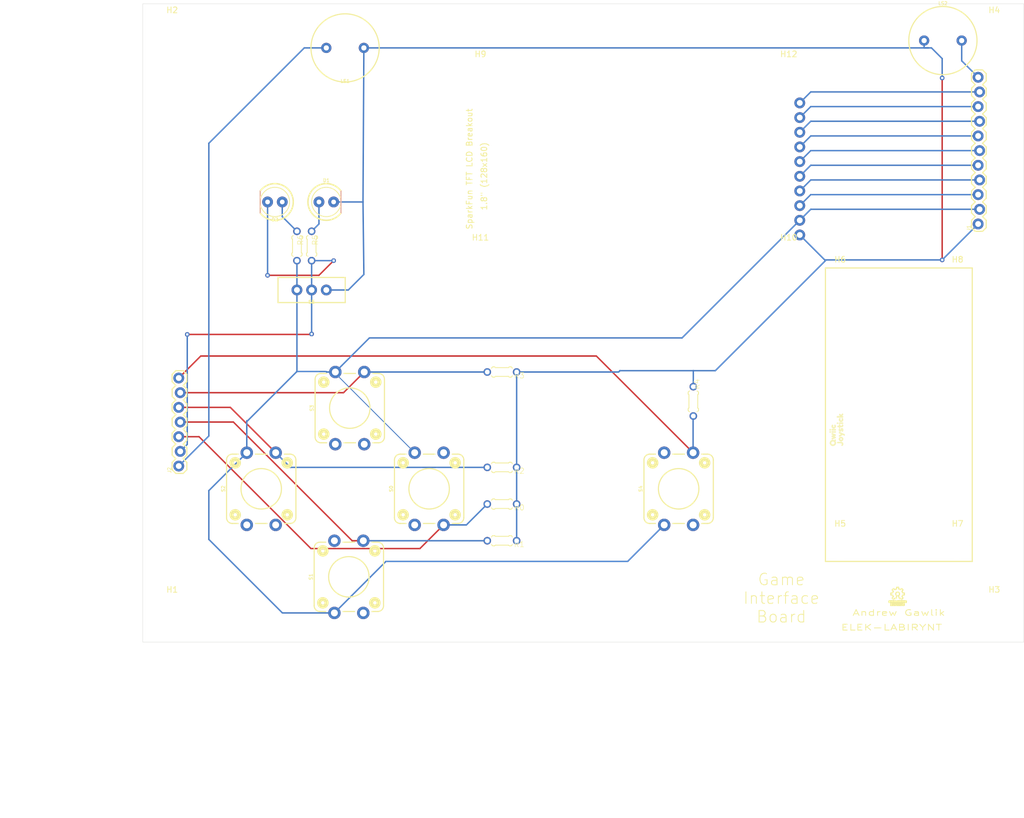
<source format=kicad_pcb>
(kicad_pcb (version 20171130) (host pcbnew 5.1.5+dfsg1-2build2)
  (title_block (title "Game Interface Board - elek-labirynt") (date 2021-04-20) (rev 1) (company "Andrew Gawlik") (comment 1 "designed by:") (comment 2 " https://creativecommons.org/licenses/by-sa/4.0/") (comment 3 "Released under the Creative Commons Attribution Share-Alike 4.0 License"))
  (layers (0 Top signal) (31 Bottom signal) (34 B.Paste user) (35 F.Paste user) (36 B.SilkS user) (37 F.SilkS user) (38 B.Mask user) (39 F.Mask user) (44 Edge.Cuts user))
  (net 0 "")
  (net 1 GND)
  (net 2 3.3V)
  (net 3 /BUTTON2)
  (net 4 /BUTTON0)
  (net 5 /BUTTON1)
  (net 6 /BUTTON3)
  (net 7 /BUTTON4)
  (net 8 "Net-(S4-Pad3)")
  (net 9 "Net-(S4-Pad2)")
  (net 10 "Net-(S0-Pad1)")
  (net 11 "Net-(S0-Pad4)")
  (net 12 "Net-(S1-Pad3)")
  (net 13 "Net-(S1-Pad2)")
  (net 14 "Net-(S2-Pad2)")
  (net 15 "Net-(S2-Pad4)")
  (net 16 "Net-(S3-Pad2)")
  (net 17 "Net-(S3-Pad4)")
  (net 18 /AWAKE)
  (net 19 "Net-(D1-PadA)")
  (net 20 "Net-(D2-PadA)")
  (net 21 /LSPK)
  (net 22 /RSPK)
  (net 23 /SDCS)
  (net 24 /LCDCS)
  (net 25 /DC)
  (net 26 /TE)
  (net 27 /CIPO)
  (net 28 /COPI)
  (net 29 /SCLK)
  (net 30 /PWM)
  (module InterfaceBoard:LCD-15143 (layer Top) (at 187.325 83.185 90)
    (fp_text reference A2 hide)
    (fp_text value TFT hide)
    (fp_text user "SparkFun TFT LCD Breakout" (at 19.05 -58.42 90) (layer F.SilkS))
    (fp_text user "1.8\" (128x160)" (at 17.78 -55.88 90) (layer F.SilkS))
    (pad "" np_thru_hole circle (at 35.345 -7.19 90) (size 1.27 1.27) (drill 1.27) (layers *.Cu *.Mask))
    (pad "" np_thru_hole circle (at 2.945 -7.19 90) (size 1.27 1.27) (drill 1.27) (layers *.Cu *.Mask))
    (pad "" np_thru_hole circle (at 2.945 -52.49 90) (size 1.27 1.27) (drill 1.27) (layers *.Cu *.Mask))
    (pad 10@J2 thru_hole circle (at 30.48 -1.27 180) (size 1.8796 1.8796) (drill 1.016) (layers *.Cu *.Mask) (net 23 /SDCS))
    (pad 9@J2 thru_hole circle (at 27.94 -1.27 180) (size 1.8796 1.8796) (drill 1.016) (layers *.Cu *.Mask) (net 24 /LCDCS))
    (pad 8@J2 thru_hole circle (at 25.4 -1.27 180) (size 1.8796 1.8796) (drill 1.016) (layers *.Cu *.Mask) (net 25 /DC))
    (pad 7@J2 thru_hole circle (at 22.86 -1.27 180) (size 1.8796 1.8796) (drill 1.016) (layers *.Cu *.Mask) (net 26 /TE))
    (pad 6@J2 thru_hole circle (at 20.32 -1.27 180) (size 1.8796 1.8796) (drill 1.016) (layers *.Cu *.Mask) (net 27 /CIPO))
    (pad 5@J2 thru_hole circle (at 17.78 -1.27 180) (size 1.8796 1.8796) (drill 1.016) (layers *.Cu *.Mask) (net 28 /COPI))
    (pad 4@J2 thru_hole circle (at 15.24 -1.27 180) (size 1.8796 1.8796) (drill 1.016) (layers *.Cu *.Mask) (net 29 /SCLK))
    (pad 3@J2 thru_hole circle (at 12.7 -1.27 180) (size 1.8796 1.8796) (drill 1.016) (layers *.Cu *.Mask) (net 30 /PWM))
    (pad 2@J2 thru_hole circle (at 10.16 -1.27 180) (size 1.8796 1.8796) (drill 1.016) (layers *.Cu *.Mask) (net 2 3.3V))
    (pad 1@J2 thru_hole circle (at 7.62 -1.27 180) (size 1.8796 1.8796) (drill 1.016) (layers *.Cu *.Mask) (net 1 GND))
    (pad "" np_thru_hole circle (at 34.925 -56.515 90) (size 3.302 3.302) (drill 3.302) (layers *.Cu *.Mask))
    (pad "" np_thru_hole circle (at 34.925 -3.175 90) (size 3.302 3.302) (drill 3.302) (layers *.Cu *.Mask))
    (pad "" np_thru_hole circle (at 3.175 -56.515 90) (size 3.302 3.302) (drill 3.302) (layers *.Cu *.Mask))
    (pad "" np_thru_hole circle (at 3.175 -3.175 90) (size 3.302 3.302) (drill 3.302) (layers *.Cu *.Mask))
  )
  (module InterfaceBoard:COM-15168 (layer Top) (at 190.5 132.08)
    (fp_text reference A3 hide)
    (fp_text value COM-15168 hide)
    (pad "" np_thru_hole circle (at 22.86 -2.54) (size 3.302 3.302) (drill 3.302) (layers *.Cu *.Mask))
    (pad "" np_thru_hole circle (at 2.54 -2.54) (size 3.302 3.302) (drill 3.302) (layers *.Cu *.Mask))
    (pad "" np_thru_hole circle (at 2.54 -48.26) (size 3.302 3.302) (drill 3.302) (layers *.Cu *.Mask))
    (pad "" np_thru_hole circle (at 22.86 -48.26) (size 3.302 3.302) (drill 3.302) (layers *.Cu *.Mask))
  )
  (module MountingHole:MountingHole_3mm (layer Top) (at 193.04 83.82)
    (fp_text reference H6 (at 0 -4) (layer F.SilkS))
    (fp_text value MountingHole)
    (pad 1 np_thru_hole circle (at 0 0) (size 3 3) (drill 3) (layers *.Cu *.Mask))
  )
  (module MountingHole:MountingHole_3mm (layer Top) (at 184.15 48.26)
    (fp_text reference H12 (at 0 -4) (layer F.SilkS))
    (fp_text value MountingHole)
    (pad 1 np_thru_hole circle (at 0 0) (size 3 3) (drill 3) (layers *.Cu *.Mask))
  )
  (module MountingHole:MountingHole_3mm (layer Top) (at 130.81 80.01)
    (fp_text reference H11 (at 0 -4) (layer F.SilkS))
    (fp_text value MountingHole)
    (pad 1 np_thru_hole circle (at 0 0) (size 3 3) (drill 3) (layers *.Cu *.Mask))
  )
  (module MountingHole:MountingHole_3mm (layer Top) (at 184.15 80.01)
    (fp_text reference H10 (at 0 -4) (layer F.SilkS))
    (fp_text value MountingHole)
    (pad 1 np_thru_hole circle (at 0 0) (size 3 3) (drill 3) (layers *.Cu *.Mask))
  )
  (module MountingHole:MountingHole_3mm (layer Top) (at 130.81 48.26)
    (fp_text reference H9 (at 0 -4) (layer F.SilkS))
    (fp_text value MountingHole)
    (pad 1 np_thru_hole circle (at 0 0) (size 3 3) (drill 3) (layers *.Cu *.Mask))
  )
  (module MountingHole:MountingHole_3mm (layer Top) (at 213.36 83.82)
    (fp_text reference H8 (at 0 -4) (layer F.SilkS))
    (fp_text value MountingHole)
    (pad 1 np_thru_hole circle (at 0 0) (size 3 3) (drill 3) (layers *.Cu *.Mask))
  )
  (module MountingHole:MountingHole_3mm (layer Top) (at 213.36 129.54)
    (fp_text reference H7 (at 0 -4) (layer F.SilkS))
    (fp_text value MountingHole)
    (pad 1 np_thru_hole circle (at 0 0) (size 3 3) (drill 3) (layers *.Cu *.Mask))
  )
  (module MountingHole:MountingHole_3mm (layer Top) (at 193.04 129.54)
    (fp_text reference H5 (at 0 -4) (layer F.SilkS))
    (fp_text value MountingHole)
    (pad 1 np_thru_hole circle (at 0 0) (size 3 3) (drill 3) (layers *.Cu *.Mask))
  )
  (module MountingHole:MountingHole_3mm (layer Top) (at 219.71 40.64)
    (fp_text reference H4 (at 0 -4) (layer F.SilkS))
    (fp_text value MountingHole)
    (pad 1 np_thru_hole circle (at 0 0) (size 3 3) (drill 3) (layers *.Cu *.Mask))
  )
  (module MountingHole:MountingHole_3mm (layer Top) (at 219.71 140.97)
    (fp_text reference H3 (at 0 -4) (layer F.SilkS))
    (fp_text value MountingHole)
    (pad 1 np_thru_hole circle (at 0 0) (size 3 3) (drill 3) (layers *.Cu *.Mask))
  )
  (module MountingHole:MountingHole_3mm (layer Top) (at 77.47 40.64)
    (fp_text reference H2 (at 0 -4) (layer F.SilkS))
    (fp_text value MountingHole)
    (pad 1 np_thru_hole circle (at 0 0) (size 3 3) (drill 3) (layers *.Cu *.Mask))
  )
  (module MountingHole:MountingHole_3mm (layer Top) (at 77.47 140.97)
    (fp_text reference H1 (at 0 -4) (layer F.SilkS))
    (fp_text value MountingHole)
    (pad 1 np_thru_hole circle (at 0 0) (size 3 3) (drill 3) (layers *.Cu *.Mask))
  )
  (module InterfaceBoard:CREATIVE_COMMONS (layer Top) (at 57.86 38.35)
    (fp_text reference FRAME3 hide)
    (fp_text value FRAME-LETTER hide)
  )
  (module InterfaceBoard:CREATIVE_COMMONS (layer Top) (at 56.36 38.35)
    (fp_text reference FRAME2 hide)
    (fp_text value FRAME-LETTER hide)
  )
  (module InterfaceBoard:CREATIVE_COMMONS (layer Top) (at 54.86 38.35)
    (fp_text reference FRAME1 hide)
    (fp_text value FRAME-LETTER hide)
  )
  (module InterfaceBoard:0204_5 (layer Top) (at 134.5311 115.7986 180)
    (fp_text reference R2 (at -2.0066 -1.1684) (layer F.SilkS) (effects (font (size 0.94107 0.94107) (thickness 0.094107)) (justify left bottom)))
    (fp_text value 10k)
    (pad 2 thru_hole circle (at 2.54 0 180) (size 1.3208 1.3208) (drill 0.8128) (layers *.Cu *.Mask) (net 3 /BUTTON2))
    (pad 1 thru_hole circle (at -2.54 0 180) (size 1.3208 1.3208) (drill 0.8128) (layers *.Cu *.Mask) (net 1 GND))
  )
  (module InterfaceBoard:0204_5 (layer Top) (at 134.5311 122.1486 180)
    (fp_text reference R0 (at -2.0066 -1.1684) (layer F.SilkS) (effects (font (size 0.94107 0.94107) (thickness 0.094107)) (justify left bottom)))
    (fp_text value 10k)
    (pad 2 thru_hole circle (at 2.54 0 180) (size 1.3208 1.3208) (drill 0.8128) (layers *.Cu *.Mask) (net 4 /BUTTON0))
    (pad 1 thru_hole circle (at -2.54 0 180) (size 1.3208 1.3208) (drill 0.8128) (layers *.Cu *.Mask) (net 1 GND))
  )
  (module InterfaceBoard:0204_5 (layer Top) (at 134.5311 128.4986 180)
    (fp_text reference R1 (at -2.0066 -1.1684) (layer F.SilkS) (effects (font (size 0.94107 0.94107) (thickness 0.094107)) (justify left bottom)))
    (fp_text value 10k)
    (pad 2 thru_hole circle (at 2.54 0 180) (size 1.3208 1.3208) (drill 0.8128) (layers *.Cu *.Mask) (net 5 /BUTTON1))
    (pad 1 thru_hole circle (at -2.54 0 180) (size 1.3208 1.3208) (drill 0.8128) (layers *.Cu *.Mask) (net 1 GND))
  )
  (module InterfaceBoard:0204_5 (layer Top) (at 134.5311 99.2886 180)
    (fp_text reference R3 (at -2.0066 -1.1684) (layer F.SilkS) (effects (font (size 0.94107 0.94107) (thickness 0.094107)) (justify left bottom)))
    (fp_text value 10k)
    (pad 2 thru_hole circle (at 2.54 0 180) (size 1.3208 1.3208) (drill 0.8128) (layers *.Cu *.Mask) (net 6 /BUTTON3))
    (pad 1 thru_hole circle (at -2.54 0 180) (size 1.3208 1.3208) (drill 0.8128) (layers *.Cu *.Mask) (net 1 GND))
  )
  (module InterfaceBoard:0204_5 (layer Top) (at 167.64 104.3686 270)
    (fp_text reference R4 (at -2.0066 -1.1684 90) (layer F.SilkS) (effects (font (size 0.94107 0.94107) (thickness 0.094107)) (justify left bottom)))
    (fp_text value 10k)
    (pad 2 thru_hole circle (at 2.54 0 270) (size 1.3208 1.3208) (drill 0.8128) (layers *.Cu *.Mask) (net 7 /BUTTON4))
    (pad 1 thru_hole circle (at -2.54 0 270) (size 1.3208 1.3208) (drill 0.8128) (layers *.Cu *.Mask) (net 1 GND))
  )
  (module InterfaceBoard:TACTILE_SWITCH_PTH_12MM (layer Top) (at 165.1 119.5086 90)
    (fp_text reference S4 hide)
    (fp_text value MOMENTARY-SWITCH-SPST-PTH-12MM hide)
    (fp_text user S4 (at 0 -6.223 90) (layer F.SilkS) (effects (font (size 0.57912 0.57912) (thickness 0.12192)) (justify bottom)))
    (pad 3 thru_hole circle (at 6.25 -2.5 90) (size 2.159 2.159) (drill 1.2) (layers *.Cu *.Mask) (net 8 "Net-(S4-Pad3)"))
    (pad 1 thru_hole circle (at 6.25 2.5 90) (size 2.159 2.159) (drill 1.2) (layers *.Cu *.Mask) (net 7 /BUTTON4))
    (pad 2 thru_hole circle (at -6.25 2.5 90) (size 2.159 2.159) (drill 1.2) (layers *.Cu *.Mask) (net 9 "Net-(S4-Pad2)"))
    (pad 4 thru_hole circle (at -6.25 -2.5 90) (size 2.159 2.159) (drill 1.2) (layers *.Cu *.Mask) (net 2 3.3V))
  )
  (module InterfaceBoard:TACTILE_SWITCH_PTH_12MM (layer Top) (at 121.9321 119.5086 90)
    (fp_text reference S0 hide)
    (fp_text value MOMENTARY-SWITCH-SPST-PTH-12MM hide)
    (fp_text user S0 (at 0 -6.223 90) (layer F.SilkS) (effects (font (size 0.57912 0.57912) (thickness 0.12192)) (justify bottom)))
    (pad 3 thru_hole circle (at 6.25 -2.5 90) (size 2.159 2.159) (drill 1.2) (layers *.Cu *.Mask) (net 2 3.3V))
    (pad 1 thru_hole circle (at 6.25 2.5 90) (size 2.159 2.159) (drill 1.2) (layers *.Cu *.Mask) (net 10 "Net-(S0-Pad1)"))
    (pad 2 thru_hole circle (at -6.25 2.5 90) (size 2.159 2.159) (drill 1.2) (layers *.Cu *.Mask) (net 4 /BUTTON0))
    (pad 4 thru_hole circle (at -6.25 -2.5 90) (size 2.159 2.159) (drill 1.2) (layers *.Cu *.Mask) (net 11 "Net-(S0-Pad4)"))
  )
  (module InterfaceBoard:TACTILE_SWITCH_PTH_12MM (layer Top) (at 108.0421 134.7486 90)
    (fp_text reference S1 hide)
    (fp_text value MOMENTARY-SWITCH-SPST-PTH-12MM hide)
    (fp_text user S1 (at 0 -6.223 90) (layer F.SilkS) (effects (font (size 0.57912 0.57912) (thickness 0.12192)) (justify bottom)))
    (pad 3 thru_hole circle (at 6.25 -2.5 90) (size 2.159 2.159) (drill 1.2) (layers *.Cu *.Mask) (net 12 "Net-(S1-Pad3)"))
    (pad 1 thru_hole circle (at 6.25 2.5 90) (size 2.159 2.159) (drill 1.2) (layers *.Cu *.Mask) (net 5 /BUTTON1))
    (pad 2 thru_hole circle (at -6.25 2.5 90) (size 2.159 2.159) (drill 1.2) (layers *.Cu *.Mask) (net 13 "Net-(S1-Pad2)"))
    (pad 4 thru_hole circle (at -6.25 -2.5 90) (size 2.159 2.159) (drill 1.2) (layers *.Cu *.Mask) (net 2 3.3V))
  )
  (module InterfaceBoard:TACTILE_SWITCH_PTH_12MM (layer Top) (at 92.8821 119.5086 90)
    (fp_text reference S2 hide)
    (fp_text value MOMENTARY-SWITCH-SPST-PTH-12MM hide)
    (fp_text user S2 (at 0 -6.223 90) (layer F.SilkS) (effects (font (size 0.57912 0.57912) (thickness 0.12192)) (justify bottom)))
    (pad 3 thru_hole circle (at 6.25 -2.5 90) (size 2.159 2.159) (drill 1.2) (layers *.Cu *.Mask) (net 2 3.3V))
    (pad 1 thru_hole circle (at 6.25 2.5 90) (size 2.159 2.159) (drill 1.2) (layers *.Cu *.Mask) (net 3 /BUTTON2))
    (pad 2 thru_hole circle (at -6.25 2.5 90) (size 2.159 2.159) (drill 1.2) (layers *.Cu *.Mask) (net 14 "Net-(S2-Pad2)"))
    (pad 4 thru_hole circle (at -6.25 -2.5 90) (size 2.159 2.159) (drill 1.2) (layers *.Cu *.Mask) (net 15 "Net-(S2-Pad4)"))
  )
  (module InterfaceBoard:TACTILE_SWITCH_PTH_12MM (layer Top) (at 108.2021 105.5386 90)
    (fp_text reference S3 hide)
    (fp_text value MOMENTARY-SWITCH-SPST-PTH-12MM hide)
    (fp_text user S3 (at 0 -6.223 90) (layer F.SilkS) (effects (font (size 0.57912 0.57912) (thickness 0.12192)) (justify bottom)))
    (pad 3 thru_hole circle (at 6.25 -2.5 90) (size 2.159 2.159) (drill 1.2) (layers *.Cu *.Mask) (net 2 3.3V))
    (pad 1 thru_hole circle (at 6.25 2.5 90) (size 2.159 2.159) (drill 1.2) (layers *.Cu *.Mask) (net 6 /BUTTON3))
    (pad 2 thru_hole circle (at -6.25 2.5 90) (size 2.159 2.159) (drill 1.2) (layers *.Cu *.Mask) (net 16 "Net-(S3-Pad2)"))
    (pad 4 thru_hole circle (at -6.25 -2.5 90) (size 2.159 2.159) (drill 1.2) (layers *.Cu *.Mask) (net 17 "Net-(S3-Pad4)"))
  )
  (module InterfaceBoard:CREATIVE_COMMONS (layer Top) (at 202.517347 175.4886)
    (fp_text reference FRAME1 hide)
    (fp_text value FRAME-LETTER hide)
  )
  (module InterfaceBoard:SWITCH_SPDT_PTH_11.6X4.0MM (layer Top) (at 101.6 85.09 90)
    (fp_text reference S5 hide)
    (fp_text value STANDBY hide)
    (fp_text user S5 (at -2.413 0) (layer F.SilkS) (effects (font (size 0.57912 0.57912) (thickness 0.12192)) (justify bottom)))
    (pad 3 thru_hole circle (at 0 2.54 90) (size 1.8796 1.8796) (drill 1.016) (layers *.Cu *.Mask) (net 1 GND))
    (pad 2 thru_hole circle (at 0 0 90) (size 1.8796 1.8796) (drill 1.016) (layers *.Cu *.Mask) (net 18 /AWAKE))
    (pad 1 thru_hole circle (at 0 -2.54 90) (size 1.8796 1.8796) (drill 1.016) (layers *.Cu *.Mask) (net 2 3.3V))
  )
  (module InterfaceBoard:LED_5MM-KIT (layer Top) (at 104.14 69.85)
    (fp_text reference D1 (at 0 -3.3909) (layer F.SilkS) (effects (font (size 0.57912 0.57912) (thickness 0.115824)) (justify bottom)))
    (fp_text value Green)
    (pad K thru_hole circle (at 1.27 0) (size 1.8796 1.8796) (drill 0.8128) (layers *.Cu *.Mask) (net 1 GND))
    (pad A thru_hole circle (at -1.27 0) (size 1.8796 1.8796) (drill 0.8128) (layers *.Cu *.Mask) (net 19 "Net-(D1-PadA)"))
  )
  (module InterfaceBoard:LED_5MM-KIT (layer Top) (at 95.25 69.85 180)
    (fp_text reference D2 (at 0 -3.3909) (layer F.SilkS) (effects (font (size 0.57912 0.57912) (thickness 0.115824)) (justify bottom)))
    (fp_text value Red)
    (pad K thru_hole circle (at 1.27 0 180) (size 1.8796 1.8796) (drill 0.8128) (layers *.Cu *.Mask) (net 18 /AWAKE))
    (pad A thru_hole circle (at -1.27 0 180) (size 1.8796 1.8796) (drill 0.8128) (layers *.Cu *.Mask) (net 20 "Net-(D2-PadA)"))
  )
  (module InterfaceBoard:0204_5 (layer Top) (at 101.6 77.47 270)
    (fp_text reference R5 (at -2.0066 -1.1684 90) (layer F.SilkS) (effects (font (size 0.94107 0.94107) (thickness 0.094107)) (justify right bottom)))
    (fp_text value 470)
    (pad 2 thru_hole circle (at 2.54 0 270) (size 1.3208 1.3208) (drill 0.8128) (layers *.Cu *.Mask) (net 18 /AWAKE))
    (pad 1 thru_hole circle (at -2.54 0 270) (size 1.3208 1.3208) (drill 0.8128) (layers *.Cu *.Mask) (net 19 "Net-(D1-PadA)"))
  )
  (module InterfaceBoard:0204_5 (layer Top) (at 99.06 77.47 270)
    (fp_text reference R6 (at -2.0066 -1.1684 90) (layer F.SilkS) (effects (font (size 0.94107 0.94107) (thickness 0.094107)) (justify right bottom)))
    (fp_text value 470)
    (pad 2 thru_hole circle (at 2.54 0 270) (size 1.3208 1.3208) (drill 0.8128) (layers *.Cu *.Mask) (net 2 3.3V))
    (pad 1 thru_hole circle (at -2.54 0 270) (size 1.3208 1.3208) (drill 0.8128) (layers *.Cu *.Mask) (net 20 "Net-(D2-PadA)"))
  )
  (module InterfaceBoard:BUZZER-12MM (layer Top) (at 107.39 43.18 180)
    (fp_text reference LS1 (at 0 -6.096) (layer F.SilkS) (effects (font (size 0.57912 0.57912) (thickness 0.115824)) (justify bottom)))
    (fp_text value BUZZER-PTH)
    (pad + thru_hole circle (at 3.25 0 180) (size 1.778 1.778) (drill 0.9) (layers *.Cu *.Mask) (net 21 /LSPK))
    (pad - thru_hole circle (at -3.25 0 180) (size 1.778 1.778) (drill 0.9) (layers *.Cu *.Mask) (net 1 GND))
  )
  (module InterfaceBoard:BUZZER-12MM (layer Top) (at 210.82 41.91)
    (fp_text reference LS2 (at 0 -6.096) (layer F.SilkS) (effects (font (size 0.57912 0.57912) (thickness 0.115824)) (justify bottom)))
    (fp_text value BUZZER-PTH)
    (pad + thru_hole circle (at 3.25 0) (size 1.778 1.778) (drill 0.9) (layers *.Cu *.Mask) (net 22 /RSPK))
    (pad - thru_hole circle (at -3.25 0) (size 1.778 1.778) (drill 0.9) (layers *.Cu *.Mask) (net 1 GND))
  )
  (module InterfaceBoard:1X11_LOCK (layer Top) (at 217.043 73.66 90)
    (fp_text reference J1 (at -1.27 -1.397 90) (layer F.SilkS) (effects (font (size 0.57912 0.57912) (thickness 0.115824)) (justify left bottom)))
    (fp_text value CONN_11LOCK)
    (pad 11 thru_hole circle (at 25.4 -0.127 180) (size 1.8796 1.8796) (drill 1.016) (layers *.Cu *.Mask) (net 22 /RSPK))
    (pad 10 thru_hole circle (at 22.86 0.127 180) (size 1.8796 1.8796) (drill 1.016) (layers *.Cu *.Mask) (net 23 /SDCS))
    (pad 9 thru_hole circle (at 20.32 -0.127 180) (size 1.8796 1.8796) (drill 1.016) (layers *.Cu *.Mask) (net 24 /LCDCS))
    (pad 8 thru_hole circle (at 17.78 0.127 180) (size 1.8796 1.8796) (drill 1.016) (layers *.Cu *.Mask) (net 25 /DC))
    (pad 7 thru_hole circle (at 15.24 -0.127 180) (size 1.8796 1.8796) (drill 1.016) (layers *.Cu *.Mask) (net 26 /TE))
    (pad 6 thru_hole circle (at 12.7 0.127 180) (size 1.8796 1.8796) (drill 1.016) (layers *.Cu *.Mask) (net 27 /CIPO))
    (pad 5 thru_hole circle (at 10.16 -0.127 180) (size 1.8796 1.8796) (drill 1.016) (layers *.Cu *.Mask) (net 28 /COPI))
    (pad 4 thru_hole circle (at 7.62 0.127 180) (size 1.8796 1.8796) (drill 1.016) (layers *.Cu *.Mask) (net 29 /SCLK))
    (pad 3 thru_hole circle (at 5.08 -0.127 180) (size 1.8796 1.8796) (drill 1.016) (layers *.Cu *.Mask) (net 30 /PWM))
    (pad 2 thru_hole circle (at 2.54 0.127 180) (size 1.8796 1.8796) (drill 1.016) (layers *.Cu *.Mask) (net 2 3.3V))
    (pad 1 thru_hole circle (at 0 -0.127 180) (size 1.8796 1.8796) (drill 1.016) (layers *.Cu *.Mask) (net 1 GND))
  )
  (module InterfaceBoard:1X07_LOCK (layer Top) (at 78.74 115.57 90)
    (fp_text reference J2 (at -1.27 -1.397 90) (layer F.SilkS) (effects (font (size 0.57912 0.57912) (thickness 0.115824)) (justify left bottom)))
    (fp_text value CONN_07LOCK)
    (pad 7 thru_hole circle (at 15.24 -0.127 180) (size 1.8796 1.8796) (drill 1.016) (layers *.Cu *.Mask) (net 7 /BUTTON4))
    (pad 6 thru_hole circle (at 12.7 0.127 180) (size 1.8796 1.8796) (drill 1.016) (layers *.Cu *.Mask) (net 6 /BUTTON3))
    (pad 5 thru_hole circle (at 10.16 -0.127 180) (size 1.8796 1.8796) (drill 1.016) (layers *.Cu *.Mask) (net 3 /BUTTON2))
    (pad 4 thru_hole circle (at 7.62 0.127 180) (size 1.8796 1.8796) (drill 1.016) (layers *.Cu *.Mask) (net 5 /BUTTON1))
    (pad 3 thru_hole circle (at 5.08 -0.127 180) (size 1.8796 1.8796) (drill 1.016) (layers *.Cu *.Mask) (net 4 /BUTTON0))
    (pad 2 thru_hole circle (at 2.54 0.127 180) (size 1.8796 1.8796) (drill 1.016) (layers *.Cu *.Mask) (net 18 /AWAKE))
    (pad 1 thru_hole circle (at 0 -0.127 180) (size 1.8796 1.8796) (drill 1.016) (layers *.Cu *.Mask) (net 21 /LSPK))
  )
  (gr_arc (start 202.233303 139.0483) (end 202.232838 139.209752) (angle -21.89880047) (layer F.SilkS) (width 0.2))
  (gr_arc (start 202.235905 139.011498) (end 202.341467 138.969325) (angle -25.69664499) (layer F.SilkS) (width 0.2))
  (gr_arc (start 201.609577 139.089415) (end 201.495714 139.126047) (angle -24.71766744) (layer F.SilkS) (width 0.2))
  (gr_arc (start 202.209467 137.254989) (end 202.223325 137.260729) (angle -56.58031138) (layer F.SilkS) (width 0.2))
  (gr_arc (start 202.230839 139.063134) (end 202.320487 139.182926) (angle -12.92938339) (layer F.SilkS) (width 0.2))
  (gr_arc (start 202.190001 139.616376) (end 202.130168 139.677335) (angle -25.82325914) (layer F.SilkS) (width 0.2))
  (gr_arc (start 201.601601 139.079554) (end 201.666064 139.124828) (angle -20.89197642) (layer F.SilkS) (width 0.2))
  (gr_arc (start 203.454515 139.607241) (end 203.422839 139.607042) (angle -27.17690434) (layer F.SilkS) (width 0.2))
  (gr_arc (start 204.022964 139.507143) (end 203.918277 139.441592) (angle -14.26898473) (layer F.SilkS) (width 0.2))
  (gr_arc (start 201.818841 139.090174) (end 202.04399 139.130853) (angle -7.831327265) (layer F.SilkS) (width 0.2))
  (gr_arc (start 202.945357 139.053615) (end 203.383583 139.094972) (angle -5.775425732) (layer F.SilkS) (width 0.2))
  (gr_arc (start 201.617471 139.076936) (end 201.615856 139.147637) (angle -24.51294752) (layer F.SilkS) (width 0.2))
  (gr_arc (start 203.271461 138.986708) (end 203.316442 138.90513) (angle -17.12713853) (layer F.SilkS) (width 0.2))
  (gr_arc (start 202.700139 139.543092) (end 202.81483 139.422849) (angle -15.69252878) (layer F.SilkS) (width 0.2))
  (gr_line (start 203.60847 139.488694) (end 203.60847 139.701148) (layer F.SilkS) (width 0.2))
  (gr_arc (start 202.213584 139.54909) (end 202.189376 139.643157) (angle -15.48931957) (layer F.SilkS) (width 0.2))
  (gr_arc (start 201.942301 138.997766) (end 201.94343 138.892291) (angle -24.51127885) (layer F.SilkS) (width 0.2))
  (gr_arc (start 202.732658 139.594595) (end 202.778428 139.694621) (angle -23.74506824) (layer F.SilkS) (width 0.2))
  (gr_line (start 203.857746 137.503148) (end 204.136429 137.556914) (layer F.SilkS) (width 0.2))
  (gr_arc (start 203.46175 139.602866) (end 203.426245 139.621532) (angle -23.20615894) (layer F.SilkS) (width 0.2))
  (gr_line (start 203.823334 139.019677) (end 203.823334 139.206166) (layer F.SilkS) (width 0.2))
  (gr_arc (start 203.570642 139.090859) (end 203.61018 139.130136) (angle -25.72266478) (layer F.SilkS) (width 0.2))
  (gr_arc (start 203.568604 139.089155) (end 203.590523 139.143262) (angle -23.35959923) (layer F.SilkS) (width 0.2))
  (gr_arc (start 204.056543 139.518332) (end 203.96275 139.486201) (angle -18.19688732) (layer F.SilkS) (width 0.2))
  (gr_arc (start 201.96086 139.480311) (end 202.040168 139.447362) (angle -28.41122318) (layer F.SilkS) (width 0.2))
  (gr_arc (start 203.563443 139.089435) (end 203.522244 139.130136) (angle -23.69648925) (layer F.SilkS) (width 0.2))
  (gr_arc (start 202.844661 136.566757) (end 202.844661 136.551757) (angle -79.08031138) (layer F.SilkS) (width 0.2))
  (gr_arc (start 202.276121 136.802254) (end 202.284527 136.78983) (angle -79.08031138) (layer F.SilkS) (width 0.2))
  (gr_arc (start 204.020811 139.506411) (end 203.97677 139.463518) (angle -25.05137373) (layer F.SilkS) (width 0.2))
  (gr_arc (start 202.199566 139.602456) (end 202.171914 139.634012) (angle -27.17265868) (layer F.SilkS) (width 0.2))
  (gr_arc (start 201.93376 139.008817) (end 201.95973 138.962296) (angle -17.74783868) (layer F.SilkS) (width 0.2))
  (gr_line (start 203.083767 138.934466) (end 203.045179 138.97994) (layer F.SilkS) (width 0.2))
  (gr_line (start 202.283518 139.569315) (end 202.210787 139.569315) (layer F.SilkS) (width 0.2))
  (gr_arc (start 202.761439 136.839757) (end 202.767179 136.853616) (angle -56.58031138) (layer F.SilkS) (width 0.2))
  (gr_arc (start 203.130196 138.02547) (end 203.123925 138.011844) (angle -87.49537326) (layer F.SilkS) (width 0.2))
  (gr_arc (start 204.105449 139.065701) (end 204.104724 139.209752) (angle -13.42137722) (layer F.SilkS) (width 0.2))
  (gr_arc (start 202.256948 139.024498) (end 202.163155 138.992367) (angle -18.19688732) (layer F.SilkS) (width 0.2))
  (gr_arc (start 202.224141 139.017198) (end 202.248492 138.955751) (angle -22.28710954) (layer F.SilkS) (width 0.2))
  (gr_arc (start 202.924383 138.978918) (end 202.879637 138.916534) (angle -29.38445098) (layer F.SilkS) (width 0.2))
  (gr_arc (start 203.242868 139.098597) (end 203.16345 139.170302) (angle -11.05415542) (layer F.SilkS) (width 0.2))
  (gr_arc (start 204.104058 139.065467) (end 204.053503 139.200607) (angle -20.77486051) (layer F.SilkS) (width 0.2))
  (gr_arc (start 203.287373 139.062857) (end 203.198815 138.90513) (angle -7.624021724) (layer F.SilkS) (width 0.2))
  (gr_arc (start 204.108768 139.028924) (end 204.04658 138.978864) (angle -24.44025433) (layer F.SilkS) (width 0.2))
  (gr_arc (start 203.248521 139.09666) (end 203.207638 139.124828) (angle -31.20656546) (layer F.SilkS) (width 0.2))
  (gr_arc (start 204.334172 138.995766) (end 204.276032 138.926935) (angle -17.61635832) (layer F.SilkS) (width 0.2))
  (gr_arc (start 203.485735 139.610143) (end 203.499445 139.702797) (angle -13.5807378) (layer F.SilkS) (width 0.2))
  (gr_line (start 202.283518 139.592123) (end 202.283518 139.569315) (layer F.SilkS) (width 0.2))
  (gr_line (start 203.688837 138.637495) (end 203.453761 138.478454) (layer F.SilkS) (width 0.2))
  (gr_arc (start 202.994941 139.112087) (end 203.024485 139.128701) (angle -30.60832632) (layer F.SilkS) (width 0.2))
  (gr_arc (start 202.107236 139.05061) (end 201.871918 138.986109) (angle -15.50931566) (layer F.SilkS) (width 0.2))
  (gr_arc (start 204.025298 139.574981) (end 203.978202 139.625907) (angle -23.02320161) (layer F.SilkS) (width 0.2))
  (gr_arc (start 204.143016 139.036862) (end 203.974858 138.978237) (angle -11.12731126) (layer F.SilkS) (width 0.2))
  (gr_line (start 203.313099 138.513107) (end 203.116309 138.03114) (layer F.SilkS) (width 0.2))
  (gr_line (start 202.468013 139.021398) (end 202.468013 139.206166) (layer F.SilkS) (width 0.2))
  (gr_arc (start 202.536735 139.018959) (end 202.61971 138.919761) (angle -17.78425181) (layer F.SilkS) (width 0.2))
  (gr_arc (start 204.362614 139.013308) (end 204.257927 138.947758) (angle -14.26898473) (layer F.SilkS) (width 0.2))
  (gr_arc (start 204.387209 139.085621) (end 204.43233 139.198276) (angle -14.86823087) (layer F.SilkS) (width 0.2))
  (gr_arc (start 202.963529 139.078749) (end 203.083767 138.934466) (angle -18.50193288) (layer F.SilkS) (width 0.2))
  (gr_arc (start 202.960199 139.054732) (end 202.962119 138.951106) (angle -14.10006787) (layer F.SilkS) (width 0.2))
  (gr_arc (start 203.50893 139.483898) (end 203.548077 139.485108) (angle -27.15997478) (layer F.SilkS) (width 0.2))
  (gr_arc (start 201.645386 139.062813) (end 201.556825 138.90513) (angle -7.624021724) (layer F.SilkS) (width 0.2))
  (gr_arc (start 201.839777 137.571642) (end 201.836935 137.556914) (angle -79.08031138) (layer F.SilkS) (width 0.2))
  (gr_arc (start 202.185658 139.113556) (end 202.120626 139.159333) (angle -20.02964047) (layer F.SilkS) (width 0.2))
  (gr_arc (start 201.922094 139.506666) (end 201.900571 139.452938) (angle -23.77137083) (layer F.SilkS) (width 0.2))
  (gr_arc (start 202.223008 139.593851) (end 202.269536 139.391648) (angle -14.19359853) (layer F.SilkS) (width 0.2))
  (gr_arc (start 202.187903 139.603627) (end 202.171051 139.579536) (angle -29.86976128) (layer F.SilkS) (width 0.2))
  (gr_arc (start 202.73593 139.478164) (end 202.778033 139.39631) (angle -28.02058136) (layer F.SilkS) (width 0.2))
  (gr_line (start 201.550442 139.050663) (end 201.55123 139.079748) (layer F.SilkS) (width 0.2))
  (gr_arc (start 204.105207 139.049634) (end 204.107157 138.954692) (angle -21.76119537) (layer F.SilkS) (width 0.2))
  (gr_arc (start 203.452956 139.612866) (end 203.373207 139.647317) (angle -24.54727902) (layer F.SilkS) (width 0.2))
  (gr_line (start 202.980804 139.389712) (end 203.040334 139.607042) (layer F.SilkS) (width 0.2))
  (gr_arc (start 203.697243 136.802254) (end 203.707849 136.791648) (angle -79.08031138) (layer F.SilkS) (width 0.2))
  (gr_arc (start 204.184867 139.048846) (end 204.031441 139.00908) (angle -15.44677088) (layer F.SilkS) (width 0.2))
  (gr_line (start 204.170276 139.11493) (end 204.216328 139.156244) (layer F.SilkS) (width 0.2))
  (gr_arc (start 203.455308 139.606049) (end 203.390853 139.544784) (angle -22.62796423) (layer F.SilkS) (width 0.2))
  (gr_arc (start 204.093136 139.019484) (end 203.988437 138.950716) (angle -14.07234421) (layer F.SilkS) (width 0.2))
  (gr_arc (start 201.606532 139.096653) (end 201.565647 139.124828) (angle -31.20656546) (layer F.SilkS) (width 0.2))
  (gr_arc (start 204.104068 139.035328) (end 204.104724 138.892291) (angle -20.96459789) (layer F.SilkS) (width 0.2))
  (gr_arc (start 202.220733 139.591881) (end 202.221547 139.444941) (angle -7.709994847) (layer F.SilkS) (width 0.2))
  (gr_arc (start 203.259261 139.044851) (end 203.290423 138.895501) (angle -12.31950218) (layer F.SilkS) (width 0.2))
  (gr_line (start 203.74427 139.513512) (end 203.74427 139.7) (layer F.SilkS) (width 0.2))
  (gr_arc (start 202.219125 139.088619) (end 202.163012 139.108133) (angle -27.82952965) (layer F.SilkS) (width 0.2))
  (gr_arc (start 203.317567 139.028735) (end 203.195583 139.003754) (angle -8.641843782) (layer F.SilkS) (width 0.2))
  (gr_arc (start 203.465862 139.608966) (end 203.372243 139.574299) (angle -20.9447169) (layer F.SilkS) (width 0.2))
  (gr_arc (start 203.256132 139.025954) (end 203.25784 138.954692) (angle -24.48776178) (layer F.SilkS) (width 0.2))
  (gr_arc (start 203.502354 139.650235) (end 203.520819 139.696988) (angle -40.55937133) (layer F.SilkS) (width 0.2))
  (gr_arc (start 202.187692 139.594703) (end 202.279929 139.620814) (angle -17.34811634) (layer F.SilkS) (width 0.2))
  (gr_arc (start 202.975527 139.048855) (end 203.031766 138.903767) (angle -12.20030096) (layer F.SilkS) (width 0.2))
  (gr_arc (start 203.264212 139.08287) (end 203.195583 139.098719) (angle -23.55868343) (layer F.SilkS) (width 0.2))
  (gr_arc (start 204.372542 139.048288) (end 204.372075 139.209752) (angle -21.89880047) (layer F.SilkS) (width 0.2))
  (gr_arc (start 204.419938 139.071928) (end 204.237454 139.096034) (angle -11.43421622) (layer F.SilkS) (width 0.2))
  (gr_arc (start 204.08744 139.043784) (end 204.167981 139.194689) (angle -20.80437556) (layer F.SilkS) (width 0.2))
  (gr_arc (start 203.463181 139.645735) (end 203.464016 139.517958) (angle -19.42158493) (layer F.SilkS) (width 0.2))
  (gr_arc (start 202.966293 139.012158) (end 202.914571 139.141253) (angle -22.36074235) (layer F.SilkS) (width 0.2))
  (gr_arc (start 203.001799 139.126812) (end 203.042655 139.03049) (angle -10.91447033) (layer F.SilkS) (width 0.2))
  (gr_arc (start 204.363556 139.021002) (end 204.410488 138.901149) (angle -21.80578092) (layer F.SilkS) (width 0.2))
  (gr_line (start 204.216328 138.946085) (end 204.170276 138.987113) (layer F.SilkS) (width 0.2))
  (gr_line (start 201.55123 139.022366) (end 201.550442 139.050663) (layer F.SilkS) (width 0.2))
  (gr_arc (start 201.908719 139.107176) (end 201.871918 139.116364) (angle -45.3654085) (layer F.SilkS) (width 0.2))
  (gr_line (start 202.284527 136.78983) (end 202.519603 136.948871) (layer F.SilkS) (width 0.2))
  (gr_arc (start 204.360571 139.024755) (end 204.451977 138.927723) (angle -21.29906187) (layer F.SilkS) (width 0.2))
  (gr_arc (start 202.198701 139.619919) (end 202.187549 139.572265) (angle -21.2283015) (layer F.SilkS) (width 0.2))
  (gr_arc (start 201.941394 138.994681) (end 201.977357 138.985104) (angle -45.57028579) (layer F.SilkS) (width 0.2))
  (gr_line (start 202.405609 139.206166) (end 202.405609 139.206166) (layer F.SilkS) (width 0.2))
  (gr_arc (start 204.370078 139.06313) (end 204.459726 139.182926) (angle -12.92938339) (layer F.SilkS) (width 0.2))
  (gr_arc (start 202.280698 139.071905) (end 202.098212 139.096034) (angle -11.43421622) (layer F.SilkS) (width 0.2))
  (gr_arc (start 203.248522 139.00567) (end 203.228148 138.960395) (angle -31.20656546) (layer F.SilkS) (width 0.2))
  (gr_arc (start 203.793094 139.499943) (end 203.76299 139.463948) (angle -30.29554492) (layer F.SilkS) (width 0.2))
  (gr_line (start 204.297057 139.023263) (end 204.428024 139.023263) (layer F.SilkS) (width 0.2))
  (gr_line (start 201.836935 137.556914) (end 202.115618 137.503148) (layer F.SilkS) (width 0.2))
  (gr_arc (start 202.22553 139.049877) (end 202.268019 139.143728) (angle -21.79673092) (layer F.SilkS) (width 0.2))
  (gr_arc (start 202.232224 139.062023) (end 202.23169 139.151223) (angle -24.00128946) (layer F.SilkS) (width 0.2))
  (gr_line (start 203.681867 139.389712) (end 203.74427 139.389712) (layer F.SilkS) (width 0.2))
  (gr_arc (start 202.244618 139.030075) (end 202.140238 139.178838) (angle -16.1720939) (layer F.SilkS) (width 0.2))
  (gr_arc (start 203.225592 139.020934) (end 203.383583 139.007107) (angle -11.35070152) (layer F.SilkS) (width 0.2))
  (gr_arc (start 203.531702 139.468437) (end 203.599509 139.440386) (angle -32.28722226) (layer F.SilkS) (width 0.2))
  (gr_arc (start 202.935907 138.978042) (end 202.871888 139.050447) (angle -20.0419429) (layer F.SilkS) (width 0.2))
  (gr_arc (start 204.072807 139.095744) (end 203.988437 139.151842) (angle -16.21637926) (layer F.SilkS) (width 0.2))
  (gr_arc (start 204.34639 139.020989) (end 204.49028 139.023263) (angle -21.94475768) (layer F.SilkS) (width 0.2))
  (gr_arc (start 203.271626 139.114) (end 203.290423 139.206614) (angle -16.83639501) (layer F.SilkS) (width 0.2))
  (gr_arc (start 202.075273 137.003102) (end 202.064667 136.992495) (angle -79.08031138) (layer F.SilkS) (width 0.2))
  (gr_line (start 202.416342 139.7) (end 202.416342 139.389712) (layer F.SilkS) (width 0.2))
  (gr_arc (start 204.350877 139.095779) (end 204.245854 139.131732) (angle -16.02891937) (layer F.SilkS) (width 0.2))
  (gr_arc (start 202.960498 139.052432) (end 202.962119 138.892291) (angle -16.40346985) (layer F.SilkS) (width 0.2))
  (gr_line (start 201.487897 139.050663) (end 201.487897 139.050663) (layer F.SilkS) (width 0.2))
  (gr_arc (start 202.208527 139.559594) (end 202.162697 139.69731) (angle -18.11009361) (layer F.SilkS) (width 0.2))
  (gr_arc (start 204.105449 139.035043) (end 204.138179 138.896092) (angle -13.5455991) (layer F.SilkS) (width 0.2))
  (gr_arc (start 203.552671 139.047823) (end 203.13184 139.007107) (angle -5.911181428) (layer F.SilkS) (width 0.2))
  (gr_arc (start 202.97677 139.080059) (end 202.991819 139.148713) (angle -17.21765465) (layer F.SilkS) (width 0.2))
  (gr_arc (start 202.927368 139.151599) (end 203.045179 138.97994) (angle -11.98964617) (layer F.SilkS) (width 0.2))
  (gr_arc (start 201.565466 139.073822) (end 201.677971 139.098863) (angle -9.422693505) (layer F.SilkS) (width 0.2))
  (gr_line (start 203.74427 139.7) (end 203.681867 139.7) (layer F.SilkS) (width 0.2))
  (gr_line (start 202.115618 137.924177) (end 201.836935 137.870412) (layer F.SilkS) (width 0.2))
  (gr_line (start 202.283518 139.673748) (end 202.282224 139.673748) (layer F.SilkS) (width 0.2))
  (gr_arc (start 202.932112 138.988543) (end 202.908897 138.988547) (angle -24.99472681) (layer F.SilkS) (width 0.2))
  (gr_arc (start 201.606532 139.005677) (end 201.586161 138.960395) (angle -31.20656546) (layer F.SilkS) (width 0.2))
  (gr_arc (start 203.905271 138.987573) (end 203.938518 138.89828) (angle -20.43711653) (layer F.SilkS) (width 0.2))
  (gr_arc (start 203.520362 139.617597) (end 203.533727 139.636881) (angle -22.13029979) (layer F.SilkS) (width 0.2))
  (gr_arc (start 202.207153 139.020989) (end 202.351043 139.023263) (angle -21.94475768) (layer F.SilkS) (width 0.2))
  (gr_line (start 203.439615 138.47702) (end 203.332726 138.521295) (layer F.SilkS) (width 0.2))
  (gr_arc (start 203.503691 139.480744) (end 203.606046 139.462486) (angle -12.72679052) (layer F.SilkS) (width 0.2))
  (gr_arc (start 202.20801 139.507689) (end 202.186989 139.388805) (angle -13.66357344) (layer F.SilkS) (width 0.2))
  (gr_arc (start 202.224316 139.021) (end 202.271248 138.901149) (angle -21.80578092) (layer F.SilkS) (width 0.2))
  (gr_arc (start 202.528008 136.936448) (end 202.519603 136.948871) (angle -56.58031138) (layer F.SilkS) (width 0.2))
  (gr_arc (start 201.614355 139.047869) (end 201.615856 138.892291) (angle -12.22441434) (layer F.SilkS) (width 0.2))
  (gr_arc (start 202.212524 139.676) (end 202.210787 139.569315) (angle -12.60343828) (layer F.SilkS) (width 0.2))
  (gr_line (start 201.681414 139.05138) (end 201.681414 139.05138) (layer F.SilkS) (width 0.2))
  (gr_arc (start 204.098532 139.05982) (end 204.141448 139.13946) (angle -24.15142972) (layer F.SilkS) (width 0.2))
  (gr_arc (start 202.221333 139.024768) (end 202.312741 138.927723) (angle -21.29906187) (layer F.SilkS) (width 0.2))
  (gr_arc (start 203.479444 139.547391) (end 203.483094 139.386412) (angle -11.27535914) (layer F.SilkS) (width 0.2))
  (gr_arc (start 203.240498 139.02397) (end 203.319958 139.003754) (angle -20.24919477) (layer F.SilkS) (width 0.2))
  (gr_line (start 203.442342 138.895877) (end 203.504745 138.895877) (layer F.SilkS) (width 0.2))
  (gr_arc (start 201.614147 139.025962) (end 201.615856 138.954692) (angle -24.48776178) (layer F.SilkS) (width 0.2))
  (gr_line (start 203.442342 139.102162) (end 203.442342 138.895877) (layer F.SilkS) (width 0.2))
  (gr_arc (start 202.562111 139.511633) (end 202.483418 139.48405) (angle -20.60735038) (layer F.SilkS) (width 0.2))
  (gr_arc (start 202.232943 139.062121) (end 202.185803 139.202024) (angle -18.58050414) (layer F.SilkS) (width 0.2))
  (gr_arc (start 203.473085 139.559594) (end 203.427255 139.69731) (angle -18.11009361) (layer F.SilkS) (width 0.2))
  (gr_line (start 201.863242 139.422849) (end 201.864389 139.422849) (layer F.SilkS) (width 0.2))
  (gr_line (start 203.157245 139.389712) (end 203.227396 139.607042) (layer F.SilkS) (width 0.2))
  (gr_arc (start 202.237796 139.650235) (end 202.25626 139.696988) (angle -40.55937133) (layer F.SilkS) (width 0.2))
  (gr_arc (start 201.592904 139.047658) (end 201.674457 139.1972) (angle -8.109982724) (layer F.SilkS) (width 0.2))
  (gr_arc (start 202.255803 139.617597) (end 202.269168 139.636881) (angle -22.13029979) (layer F.SilkS) (width 0.2))
  (gr_arc (start 201.622223 139.082881) (end 201.553597 139.098719) (angle -23.55868343) (layer F.SilkS) (width 0.2))
  (gr_arc (start 203.22509 139.081413) (end 203.377771 139.126047) (angle -11.40600797) (layer F.SilkS) (width 0.2))
  (gr_line (start 202.949927 139.017812) (end 203.001285 139.021398) (layer F.SilkS) (width 0.2))
  (gr_line (start 202.126635 137.49416) (end 202.223325 137.260729) (layer F.SilkS) (width 0.2))
  (gr_line (start 204.49028 139.074619) (end 204.49028 139.074619) (layer F.SilkS) (width 0.2))
  (gr_arc (start 202.996627 139.119687) (end 203.019326 139.090184) (angle -20.67797078) (layer F.SilkS) (width 0.2))
  (gr_line (start 203.627679 139.173315) (end 203.626393 139.173315) (layer F.SilkS) (width 0.2))
  (gr_arc (start 201.647037 139.081403) (end 201.489851 139.094972) (angle -11.50384916) (layer F.SilkS) (width 0.2))
  (gr_arc (start 202.999668 139.110821) (end 203.028828 139.111343) (angle -24.34549023) (layer F.SilkS) (width 0.2))
  (gr_arc (start 201.624838 139.020562) (end 201.565647 138.977502) (angle -22.76001596) (layer F.SilkS) (width 0.2))
  (gr_arc (start 203.478143 139.54909) (end 203.453935 139.643157) (angle -15.48931957) (layer F.SilkS) (width 0.2))
  (gr_arc (start 201.60413 139.008226) (end 201.536688 138.918273) (angle -10.47049396) (layer F.SilkS) (width 0.2))
  (gr_arc (start 203.898126 138.986237) (end 203.859231 138.901472) (angle -27.50471753) (layer F.SilkS) (width 0.2))
  (gr_arc (start 203.903272 139.0023) (end 203.905246 138.892291) (angle -24.62339649) (layer F.SilkS) (width 0.2))
  (gr_line (start 204.148588 137.571642) (end 204.148588 137.855684) (layer F.SilkS) (width 0.2))
  (gr_arc (start 202.189956 139.607241) (end 202.15828 139.607042) (angle -27.17690434) (layer F.SilkS) (width 0.2))
  (gr_arc (start 202.918806 138.996991) (end 202.852847 139.023604) (angle -26.75406293) (layer F.SilkS) (width 0.2))
  (gr_arc (start 202.105121 139.052148) (end 201.86324 139.05138) (angle -15.57766182) (layer F.SilkS) (width 0.2))
  (gr_arc (start 203.872157 139.006109) (end 203.842054 138.970114) (angle -30.29554492) (layer F.SilkS) (width 0.2))
  (gr_arc (start 201.94318 139.496135) (end 201.945154 139.386125) (angle -24.62339649) (layer F.SilkS) (width 0.2))
  (gr_line (start 201.680553 139.080107) (end 201.681414 139.05138) (layer F.SilkS) (width 0.2))
  (gr_arc (start 203.697243 138.625071) (end 203.688837 138.637495) (angle -79.08031138) (layer F.SilkS) (width 0.2))
  (gr_arc (start 202.527569 139.499943) (end 202.497465 139.463948) (angle -30.29554492) (layer F.SilkS) (width 0.2))
  (gr_arc (start 203.243213 139.115084) (end 203.198815 139.1972) (angle -17.0672142) (layer F.SilkS) (width 0.2))
  (gr_arc (start 203.898091 137.003102) (end 203.910514 137.011507) (angle -79.08031138) (layer F.SilkS) (width 0.2))
  (gr_line (start 202.405609 139.206166) (end 202.405609 138.895877) (layer F.SilkS) (width 0.2))
  (gr_line (start 203.627679 139.206166) (end 203.627679 139.173315) (layer F.SilkS) (width 0.2))
  (gr_arc (start 203.898091 138.424224) (end 203.908697 138.43483) (angle -79.08031138) (layer F.SilkS) (width 0.2))
  (gr_arc (start 202.752759 139.544082) (end 202.753722 139.448527) (angle -11.99875951) (layer F.SilkS) (width 0.2))
  (gr_line (start 203.227396 139.607042) (end 203.228691 139.607042) (layer F.SilkS) (width 0.2))
  (gr_arc (start 202.964103 139.06817) (end 203.00695 138.959211) (angle -22.43770284) (layer F.SilkS) (width 0.2))
  (gr_arc (start 203.256338 139.050775) (end 203.224871 139.206614) (angle -11.95695409) (layer F.SilkS) (width 0.2))
  (gr_arc (start 202.542805 138.986237) (end 202.50391 138.901472) (angle -27.50471753) (layer F.SilkS) (width 0.2))
  (gr_arc (start 202.550978 139.020032) (end 202.472383 138.993425) (angle -19.64557882) (layer F.SilkS) (width 0.2))
  (gr_arc (start 201.939318 139.001059) (end 202.02649 138.932601) (angle -23.23137732) (layer F.SilkS) (width 0.2))
  (gr_arc (start 203.453923 139.489771) (end 203.60847 139.488694) (angle -9.768945335) (layer F.SilkS) (width 0.2))
  (gr_line (start 202.468013 138.929015) (end 202.46916 138.929015) (layer F.SilkS) (width 0.2))
  (gr_arc (start 203.826208 139.481407) (end 203.859455 139.392114) (angle -20.43711653) (layer F.SilkS) (width 0.2))
  (gr_arc (start 201.946207 139.513866) (end 201.867612 139.48726) (angle -19.64557882) (layer F.SilkS) (width 0.2))
  (gr_arc (start 203.567303 139.083893) (end 203.56657 139.147637) (angle -22.02029767) (layer F.SilkS) (width 0.2))
  (gr_arc (start 204.030428 139.556964) (end 204.120076 139.676761) (angle -12.92938339) (layer F.SilkS) (width 0.2))
  (gr_arc (start 203.467734 139.490321) (end 203.450244 139.449818) (angle -38.01829392) (layer F.SilkS) (width 0.2))
  (gr_arc (start 202.940476 138.989621) (end 202.846503 138.987973) (angle -22.20089409) (layer F.SilkS) (width 0.2))
  (gr_arc (start 202.723329 139.482381) (end 202.651583 139.426435) (angle -27.22426105) (layer F.SilkS) (width 0.2))
  (gr_arc (start 203.588497 139.082346) (end 203.504745 139.080931) (angle -19.58264067) (layer F.SilkS) (width 0.2))
  (gr_arc (start 203.985246 139.607395) (end 203.920215 139.653167) (angle -20.02964047) (layer F.SilkS) (width 0.2))
  (gr_line (start 202.221891 137.246584) (end 202.06285 137.011507) (layer F.SilkS) (width 0.2))
  (gr_line (start 202.064667 136.992495) (end 202.265515 136.791648) (layer F.SilkS) (width 0.2))
  (gr_arc (start 201.678824 139.073463) (end 201.55123 139.079748) (angle -8.582825686) (layer F.SilkS) (width 0.2))
  (gr_arc (start 204.371461 139.062023) (end 204.370927 139.151223) (angle -24.00128946) (layer F.SilkS) (width 0.2))
  (gr_arc (start 201.614147 139.076367) (end 201.586161 139.141935) (angle -24.48776178) (layer F.SilkS) (width 0.2))
  (gr_arc (start 204.10827 139.073675) (end 204.031441 139.093492) (angle -24.50408387) (layer F.SilkS) (width 0.2))
  (gr_line (start 203.192425 139.050663) (end 203.193215 139.079748) (layer F.SilkS) (width 0.2))
  (gr_line (start 202.776168 136.842599) (end 202.829933 136.563916) (layer F.SilkS) (width 0.2))
  (gr_arc (start 204.109966 139.053496) (end 204.00746 139.173172) (angle -19.58361009) (layer F.SilkS) (width 0.2))
  (gr_line (start 201.681414 139.05138) (end 201.680553 139.022545) (layer F.SilkS) (width 0.2))
  (gr_arc (start 203.259455 139.025395) (end 203.28732 138.960395) (angle -24.51294752) (layer F.SilkS) (width 0.2))
  (gr_line (start 202.283518 139.517958) (end 202.283518 139.485108) (layer F.SilkS) (width 0.2))
  (gr_arc (start 204.098079 139.043723) (end 204.170276 138.987113) (angle -23.79373972) (layer F.SilkS) (width 0.2))
  (gr_arc (start 203.447517 139.598725) (end 203.42148 139.524951) (angle -26.97126811) (layer F.SilkS) (width 0.2))
  (gr_line (start 204.170276 139.11493) (end 204.170276 139.11493) (layer F.SilkS) (width 0.2))
  (gr_arc (start 204.110369 139.048144) (end 204.053503 138.901525) (angle -19.67427568) (layer F.SilkS) (width 0.2))
  (gr_arc (start 201.565333 139.028802) (end 201.680553 139.022545) (angle -9.429098999) (layer F.SilkS) (width 0.2))
  (gr_line (start 203.069024 139.7) (end 203.013938 139.7) (layer F.SilkS) (width 0.2))
  (gr_arc (start 201.629641 139.114) (end 201.648438 139.206614) (angle -16.83639501) (layer F.SilkS) (width 0.2))
  (gr_line (start 202.653349 139.206166) (end 202.590946 139.206166) (layer F.SilkS) (width 0.2))
  (gr_line (start 203.228691 139.607042) (end 203.288074 139.389712) (layer F.SilkS) (width 0.2))
  (gr_arc (start 203.227074 139.065245) (end 203.336723 138.918273) (angle -7.556923884) (layer F.SilkS) (width 0.2))
  (gr_arc (start 204.094493 139.018935) (end 204.071819 138.960735) (angle -28.8078406) (layer F.SilkS) (width 0.2))
  (gr_line (start 204.49028 139.023263) (end 204.49028 139.074619) (layer F.SilkS) (width 0.2))
  (gr_arc (start 201.94537 139.000596) (end 201.89957 138.901328) (angle -23.93151237) (layer F.SilkS) (width 0.2))
  (gr_arc (start 203.458512 139.605551) (end 203.42585 139.591129) (angle -26.2180843) (layer F.SilkS) (width 0.2))
  (gr_arc (start 201.609577 139.012914) (end 201.521464 138.932027) (angle -24.71766744) (layer F.SilkS) (width 0.2))
  (gr_line (start 202.653349 138.99988) (end 202.653349 139.206166) (layer F.SilkS) (width 0.2))
  (gr_arc (start 202.938243 138.985017) (end 202.917582 139.007411) (angle -27.00641305) (layer F.SilkS) (width 0.2))
  (gr_line (start 203.846729 137.933166) (end 203.750039 138.166596) (layer F.SilkS) (width 0.2))
  (gr_arc (start 201.920908 139.50581) (end 201.88074 139.466172) (angle -25.42871432) (layer F.SilkS) (width 0.2))
  (gr_arc (start 201.617277 139.044842) (end 201.648438 138.895501) (angle -12.31950218) (layer F.SilkS) (width 0.2))
  (gr_arc (start 203.259455 139.076934) (end 203.25784 139.147637) (angle -24.51294752) (layer F.SilkS) (width 0.2))
  (gr_line (start 203.74427 139.422849) (end 203.745418 139.422849) (layer F.SilkS) (width 0.2))
  (gr_arc (start 201.622616 139.089961) (end 201.710105 139.170302) (angle -24.87521089) (layer F.SilkS) (width 0.2))
  (gr_arc (start 201.925794 139.511813) (end 201.94902 139.452938) (angle -22.18761896) (layer F.SilkS) (width 0.2))
  (gr_arc (start 202.944781 138.990503) (end 202.936816 138.953761) (angle -27.81225624) (layer F.SilkS) (width 0.2))
  (gr_arc (start 202.994801 139.110766) (end 203.011467 139.141181) (angle -30.14020267) (layer F.SilkS) (width 0.2))
  (gr_arc (start 201.950562 138.979551) (end 201.992419 138.903767) (angle -16.01964593) (layer F.SilkS) (width 0.2))
  (gr_arc (start 202.195518 139.61128) (end 202.101478 139.610055) (angle -23.27662842) (layer F.SilkS) (width 0.2))
  (gr_arc (start 201.909955 139.493026) (end 202.048578 139.493715) (angle -10.28019361) (layer F.SilkS) (width 0.2))
  (gr_arc (start 202.409153 139.050651) (end 202.097997 139.010411) (angle -7.659089375) (layer F.SilkS) (width 0.2))
  (gr_arc (start 202.290259 139.034969) (end 202.105756 138.975583) (angle -10.56281801) (layer F.SilkS) (width 0.2))
  (gr_arc (start 202.754655 139.55232) (end 202.753722 139.641471) (angle -12.66200274) (layer F.SilkS) (width 0.2))
  (gr_line (start 203.2 139.7) (end 203.135017 139.482955) (layer F.SilkS) (width 0.2))
  (gr_line (start 203.041481 139.607042) (end 203.111771 139.389712) (layer F.SilkS) (width 0.2))
  (gr_arc (start 203.824209 139.496135) (end 203.826183 139.386125) (angle -24.62339649) (layer F.SilkS) (width 0.2))
  (gr_line (start 202.478745 139.7) (end 202.416342 139.7) (layer F.SilkS) (width 0.2))
  (gr_line (start 203.013938 139.7) (end 202.914811 139.389712) (layer F.SilkS) (width 0.2))
  (gr_arc (start 204.362764 139.010378) (end 204.362609 138.892291) (angle -22.00477192) (layer F.SilkS) (width 0.2))
  (gr_arc (start 201.820687 139.012094) (end 202.047433 139.002678) (angle -7.895332061) (layer F.SilkS) (width 0.2))
  (gr_arc (start 201.944252 139.008098) (end 201.96988 138.895159) (angle -13.19142323) (layer F.SilkS) (width 0.2))
  (gr_arc (start 201.944254 139.091098) (end 201.94343 139.209752) (angle -12.86995622) (layer F.SilkS) (width 0.2))
  (gr_line (start 203.76093 139.206166) (end 203.76093 139.206166) (layer F.SilkS) (width 0.2))
  (gr_arc (start 203.45456 139.616376) (end 203.394727 139.677335) (angle -25.82325914) (layer F.SilkS) (width 0.2))
  (gr_arc (start 201.5831 139.081422) (end 201.735783 139.126047) (angle -11.40600797) (layer F.SilkS) (width 0.2))
  (gr_line (start 203.322538 139.080107) (end 203.323401 139.05138) (layer F.SilkS) (width 0.2))
  (gr_line (start 203.690082 138.895877) (end 203.690082 139.206166) (layer F.SilkS) (width 0.2))
  (gr_arc (start 202.188397 139.612866) (end 202.108648 139.647317) (angle -24.54727902) (layer F.SilkS) (width 0.2))
  (gr_arc (start 203.860587 137.48842) (end 203.846729 137.49416) (angle -56.58031138) (layer F.SilkS) (width 0.2))
  (gr_arc (start 202.182958 139.598725) (end 202.156922 139.524951) (angle -26.97126811) (layer F.SilkS) (width 0.2))
  (gr_line (start 202.223325 138.166596) (end 202.126635 137.933166) (layer F.SilkS) (width 0.2))
  (gr_arc (start 201.585089 139.065245) (end 201.694737 138.918273) (angle -7.556923884) (layer F.SilkS) (width 0.2))
  (gr_arc (start 204.133588 137.855684) (end 204.136429 137.870412) (angle -79.08031138) (layer F.SilkS) (width 0.2))
  (gr_arc (start 202.954665 138.931449) (end 202.930004 139.014351) (angle -13.42587153) (layer F.SilkS) (width 0.2))
  (gr_arc (start 204.548394 139.050596) (end 204.237233 139.010411) (angle -7.659089375) (layer F.SilkS) (width 0.2))
  (gr_arc (start 203.460077 139.61128) (end 203.366036 139.610055) (angle -23.27662842) (layer F.SilkS) (width 0.2))
  (gr_arc (start 202.944058 138.985904) (end 202.854784 138.946516) (angle -25.02263372) (layer F.SilkS) (width 0.2))
  (gr_arc (start 202.223373 139.013334) (end 202.11869 138.947758) (angle -14.26898473) (layer F.SilkS) (width 0.2))
  (gr_arc (start 203.565748 139.081485) (end 203.542075 139.143262) (angle -21.67898367) (layer F.SilkS) (width 0.2))
  (gr_arc (start 203.896761 139.008347) (end 203.970083 138.916247) (angle -17.74780712) (layer F.SilkS) (width 0.2))
  (gr_arc (start 202.225358 139.012051) (end 202.26906 138.969683) (angle -23.54952206) (layer F.SilkS) (width 0.2))
  (gr_arc (start 201.941892 139.115203) (end 201.899892 139.199925) (angle -27.30139161) (layer F.SilkS) (width 0.2))
  (gr_arc (start 202.225709 139.081144) (end 202.178612 139.132072) (angle -23.02320161) (layer F.SilkS) (width 0.2))
  (gr_arc (start 204.031811 139.555857) (end 204.031277 139.645058) (angle -24.00128946) (layer F.SilkS) (width 0.2))
  (gr_line (start 203.548077 139.701148) (end 203.548077 139.673748) (layer F.SilkS) (width 0.2))
  (gr_arc (start 203.582441 139.10289) (end 203.442342 139.102162) (angle -10.21904336) (layer F.SilkS) (width 0.2))
  (gr_line (start 203.453761 136.948871) (end 203.688837 136.78983) (layer F.SilkS) (width 0.2))
  (gr_line (start 202.877234 139.7) (end 202.81483 139.7) (layer F.SilkS) (width 0.2))
  (gr_line (start 201.86324 139.173315) (end 201.863242 139.422849) (layer F.SilkS) (width 0.2))
  (gr_arc (start 201.316859 139.047809) (end 201.743529 139.050663) (angle -5.857207151) (layer F.SilkS) (width 0.2))
  (gr_line (start 203.750039 137.260729) (end 203.846729 137.49416) (layer F.SilkS) (width 0.2))
  (gr_arc (start 204.030205 139.558939) (end 204.00187 139.64027) (angle -19.92087446) (layer F.SilkS) (width 0.2))
  (gr_arc (start 204.233932 139.050023) (end 203.966706 139.011792) (angle -8.429953459) (layer F.SilkS) (width 0.2))
  (gr_arc (start 202.558684 139.496135) (end 202.560658 139.386125) (angle -24.62339649) (layer F.SilkS) (width 0.2))
  (gr_arc (start 202.224041 139.013329) (end 202.283136 138.992367) (angle -24.58223794) (layer F.SilkS) (width 0.2))
  (gr_arc (start 201.970045 139.064753) (end 201.86324 139.173315) (angle -17.10391989) (layer F.SilkS) (width 0.2))
  (gr_arc (start 204.023729 139.511023) (end 204.048078 139.449585) (angle -22.28710954) (layer F.SilkS) (width 0.2))
  (gr_line (start 202.405609 138.895877) (end 202.468013 138.895877) (layer F.SilkS) (width 0.2))
  (gr_arc (start 203.490143 139.571248) (end 203.513327 139.447021) (angle -12.40226908) (layer F.SilkS) (width 0.2))
  (gr_arc (start 201.583603 139.020925) (end 201.741593 139.007107) (angle -11.35070152) (layer F.SilkS) (width 0.2))
  (gr_line (start 203.206185 136.853616) (end 203.439615 136.950306) (layer F.SilkS) (width 0.2))
  (gr_line (start 201.800838 139.7) (end 201.800838 139.7) (layer F.SilkS) (width 0.2))
  (gr_arc (start 202.727016 139.614517) (end 202.685296 139.692397) (angle -15.72464688) (layer F.SilkS) (width 0.2))
  (gr_arc (start 204.025117 139.543707) (end 204.067606 139.637562) (angle -21.79673092) (layer F.SilkS) (width 0.2))
  (gr_line (start 202.351043 139.023263) (end 202.351043 139.074619) (layer F.SilkS) (width 0.2))
  (gr_line (start 201.924494 139.147637) (end 201.924494 139.147637) (layer F.SilkS) (width 0.2))
  (gr_arc (start 202.577198 139.544096) (end 202.81483 139.544498) (angle -15.75902254) (layer F.SilkS) (width 0.2))
  (gr_arc (start 202.768739 139.489327) (end 202.806007 139.479943) (angle -44.87800288) (layer F.SilkS) (width 0.2))
  (gr_line (start 203.910514 137.011507) (end 203.751473 137.246584) (layer F.SilkS) (width 0.2))
  (gr_arc (start 204.024947 139.505903) (end 204.068653 139.463518) (angle -23.54952206) (layer F.SilkS) (width 0.2))
  (gr_arc (start 204.038833 139.540231) (end 203.978725 139.394786) (angle -18.16259985) (layer F.SilkS) (width 0.2))
  (gr_arc (start 202.57349 139.54539) (end 202.806007 139.610055) (angle -15.75361594) (layer F.SilkS) (width 0.2))
  (gr_line (start 202.048578 139.7) (end 201.986175 139.7) (layer F.SilkS) (width 0.2))
  (gr_arc (start 204.395377 139.076534) (end 204.297057 139.074619) (angle -19.85932832) (layer F.SilkS) (width 0.2))
  (gr_arc (start 201.924249 139.514201) (end 201.925066 139.448527) (angle -21.84420085) (layer F.SilkS) (width 0.2))
  (gr_line (start 203.548077 139.592123) (end 203.548077 139.569315) (layer F.SilkS) (width 0.2))
  (gr_line (start 202.265515 138.635678) (end 202.064667 138.43483) (layer F.SilkS) (width 0.2))
  (gr_arc (start 202.528008 138.490878) (end 202.533749 138.47702) (angle -56.58031138) (layer F.SilkS) (width 0.2))
  (gr_arc (start 202.530565 139.017978) (end 202.553791 138.959104) (angle -22.18761896) (layer F.SilkS) (width 0.2))
  (gr_arc (start 203.251561 139.089409) (end 203.137697 139.126047) (angle -24.71766744) (layer F.SilkS) (width 0.2))
  (gr_line (start 203.548077 139.701148) (end 203.548077 139.701148) (layer F.SilkS) (width 0.2))
  (gr_arc (start 203.804467 139.507848) (end 203.825458 139.452364) (angle -20.53375728) (layer F.SilkS) (width 0.2))
  (gr_arc (start 203.472568 139.507689) (end 203.451548 139.388805) (angle -13.66357344) (layer F.SilkS) (width 0.2))
  (gr_arc (start 201.622616 139.012368) (end 201.735783 138.976282) (angle -24.87521089) (layer F.SilkS) (width 0.2))
  (gr_arc (start 201.915369 139.094875) (end 201.889402 139.139819) (angle -18.20954407) (layer F.SilkS) (width 0.2))
  (gr_arc (start 204.10771 139.028333) (end 204.141301 138.962797) (angle -27.56833339) (layer F.SilkS) (width 0.2))
  (gr_arc (start 202.74437 139.503121) (end 202.733836 139.450414) (angle -17.62067084) (layer F.SilkS) (width 0.2))
  (gr_arc (start 202.963418 139.124623) (end 202.999834 138.895159) (angle -9.338140024) (layer F.SilkS) (width 0.2))
  (gr_line (start 204.49028 139.074619) (end 204.297057 139.074619) (layer F.SilkS) (width 0.2))
  (gr_arc (start 202.112777 137.938906) (end 202.126635 137.933166) (angle -56.58031138) (layer F.SilkS) (width 0.2))
  (gr_line (start 203.823334 138.929015) (end 203.824481 138.929015) (layer F.SilkS) (width 0.2))
  (gr_arc (start 202.869351 139.583642) (end 202.630605 139.593271) (angle -7.546947889) (layer F.SilkS) (width 0.2))
  (gr_arc (start 201.938034 139.480071) (end 201.899139 139.395306) (angle -27.50471753) (layer F.SilkS) (width 0.2))
  (gr_arc (start 202.549746 138.988517) (end 202.585447 138.899158) (angle -21.67091686) (layer F.SilkS) (width 0.2))
  (gr_line (start 201.863242 139.515232) (end 201.863242 139.7) (layer F.SilkS) (width 0.2))
  (gr_arc (start 202.530827 139.528287) (end 202.580452 139.463876) (angle -16.6375695) (layer F.SilkS) (width 0.2))
  (gr_line (start 201.986175 139.7) (end 201.986175 139.515232) (layer F.SilkS) (width 0.2))
  (gr_arc (start 203.211925 136.839757) (end 203.197197 136.842599) (angle -56.58031138) (layer F.SilkS) (width 0.2))
  (gr_arc (start 202.18748 139.025818) (end 202.288784 139.023263) (angle -17.83038754) (layer F.SilkS) (width 0.2))
  (gr_arc (start 202.986682 137.713663) (end 203.123925 138.011844) (angle -310.5699359) (layer F.SilkS) (width 0.2))
  (gr_arc (start 203.45225 139.594703) (end 203.544487 139.620814) (angle -17.34811634) (layer F.SilkS) (width 0.2))
  (gr_line (start 203.133861 139.482955) (end 203.069024 139.7) (layer F.SilkS) (width 0.2))
  (gr_line (start 204.15063 139.517098) (end 204.15063 139.568453) (layer F.SilkS) (width 0.2))
  (gr_arc (start 202.190749 139.606049) (end 202.126294 139.544784) (angle -22.62796423) (layer F.SilkS) (width 0.2))
  (gr_line (start 204.297057 139.023263) (end 204.297057 139.023263) (layer F.SilkS) (width 0.2))
  (gr_arc (start 203.763897 137.254989) (end 203.751473 137.246584) (angle -56.58031138) (layer F.SilkS) (width 0.2))
  (gr_arc (start 204.233467 139.052747) (end 203.963988 139.05138) (angle -8.43963509) (layer F.SilkS) (width 0.2))
  (gr_arc (start 202.525679 139.011976) (end 202.485511 138.972337) (angle -25.42871432) (layer F.SilkS) (width 0.2))
  (gr_arc (start 204.183497 139.053901) (end 204.026391 139.05138) (angle -15.51353478) (layer F.SilkS) (width 0.2))
  (gr_arc (start 202.533279 139.011976) (end 202.586576 138.993425) (angle -25.42871432) (layer F.SilkS) (width 0.2))
  (gr_arc (start 204.023114 139.504212) (end 204.022959 139.386125) (angle -22.00477192) (layer F.SilkS) (width 0.2))
  (gr_arc (start 203.005941 139.116026) (end 203.081885 139.154881) (angle -28.21772339) (layer F.SilkS) (width 0.2))
  (gr_arc (start 201.903209 139.513866) (end 201.986175 139.515232) (angle -19.64557882) (layer F.SilkS) (width 0.2))
  (gr_line (start 204.136429 137.870412) (end 203.857746 137.924177) (layer F.SilkS) (width 0.2))
  (gr_arc (start 203.207319 139.028791) (end 203.322538 139.022545) (angle -9.429098999) (layer F.SilkS) (width 0.2))
  (gr_arc (start 202.075273 138.424224) (end 202.06285 138.415818) (angle -79.08031138) (layer F.SilkS) (width 0.2))
  (gr_arc (start 202.514726 138.999192) (end 202.653349 138.99988) (angle -10.28019361) (layer F.SilkS) (width 0.2))
  (gr_line (start 202.416342 139.7) (end 202.416342 139.7) (layer F.SilkS) (width 0.2))
  (gr_arc (start 203.817697 139.502182) (end 203.891019 139.410081) (angle -17.74780712) (layer F.SilkS) (width 0.2))
  (gr_arc (start 204.020921 139.51859) (end 204.112327 139.421558) (angle -21.29906187) (layer F.SilkS) (width 0.2))
  (gr_arc (start 201.910682 139.047813) (end 201.489851 139.007107) (angle -5.911181428) (layer F.SilkS) (width 0.2))
  (gr_arc (start 204.00674 139.514824) (end 204.15063 139.517098) (angle -21.94475768) (layer F.SilkS) (width 0.2))
  (gr_arc (start 203.445356 136.936448) (end 203.439615 136.950306) (angle -56.58031138) (layer F.SilkS) (width 0.2))
  (gr_arc (start 202.197191 139.602866) (end 202.161687 139.621532) (angle -23.20615894) (layer F.SilkS) (width 0.2))
  (gr_line (start 201.824777 137.855684) (end 201.824777 137.571642) (layer F.SilkS) (width 0.2))
  (gr_arc (start 204.20999 139.54792) (end 203.895004 139.546075) (angle -7.988560624) (layer F.SilkS) (width 0.2))
  (gr_arc (start 202.198622 139.645735) (end 202.199457 139.517958) (angle -19.42158493) (layer F.SilkS) (width 0.2))
  (gr_arc (start 201.598511 139.023967) (end 201.677971 139.003754) (angle -20.24919477) (layer F.SilkS) (width 0.2))
  (gr_arc (start 204.047559 139.579456) (end 204.09268 139.69211) (angle -14.86823087) (layer F.SilkS) (width 0.2))
  (gr_line (start 203.429009 139.469184) (end 203.38124 139.4316) (layer F.SilkS) (width 0.2))
  (gr_arc (start 203.246115 139.008215) (end 203.178672 138.918273) (angle -10.47049396) (layer F.SilkS) (width 0.2))
  (gr_arc (start 204.044206 139.523906) (end 203.939825 139.672672) (angle -16.1720939) (layer F.SilkS) (width 0.2))
  (gr_line (start 202.06285 138.415818) (end 202.221891 138.180742) (layer F.SilkS) (width 0.2))
  (gr_line (start 203.823334 138.895877) (end 203.823334 138.929015) (layer F.SilkS) (width 0.2))
  (gr_arc (start 202.736405 139.601662) (end 202.70072 139.611275) (angle -45.7234416) (layer F.SilkS) (width 0.2))
  (gr_line (start 203.76093 138.895877) (end 203.823334 138.895877) (layer F.SilkS) (width 0.2))
  (gr_arc (start 203.504432 139.58601) (end 203.512464 139.644161) (angle -22.07246217) (layer F.SilkS) (width 0.2))
  (gr_line (start 203.323401 139.05138) (end 203.323401 139.05138) (layer F.SilkS) (width 0.2))
  (gr_arc (start 202.949921 139.013168) (end 202.916829 138.898351) (angle -19.95163221) (layer F.SilkS) (width 0.2))
  (gr_arc (start 201.950753 139.121121) (end 201.96988 139.206955) (angle -15.7194962) (layer F.SilkS) (width 0.2))
  (gr_arc (start 204.360461 139.012577) (end 204.31642 138.969683) (angle -25.05137373) (layer F.SilkS) (width 0.2))
  (gr_arc (start 204.363379 139.017189) (end 204.387728 138.955751) (angle -22.28710954) (layer F.SilkS) (width 0.2))
  (gr_arc (start 201.624268 139.007035) (end 201.666064 138.977502) (angle -30.44590075) (layer F.SilkS) (width 0.2))
  (gr_arc (start 202.50798 139.020032) (end 202.590946 139.021398) (angle -19.64557882) (layer F.SilkS) (width 0.2))
  (gr_arc (start 202.996416 139.109767) (end 203.086007 139.080196) (angle -20.13362042) (layer F.SilkS) (width 0.2))
  (gr_arc (start 202.735595 139.490537) (end 202.685296 139.397602) (angle -24.23269569) (layer F.SilkS) (width 0.2))
  (gr_arc (start 203.243587 139.079552) (end 203.308051 139.124828) (angle -20.89197642) (layer F.SilkS) (width 0.2))
  (gr_arc (start 203.326986 138.507437) (end 203.313099 138.513107) (angle -90.2895947) (layer F.SilkS) (width 0.2))
  (gr_arc (start 202.560683 139.481407) (end 202.59393 139.392114) (angle -20.43711653) (layer F.SilkS) (width 0.2))
  (gr_arc (start 204.022145 139.512573) (end 204.022959 139.444941) (angle -22.05818454) (layer F.SilkS) (width 0.2))
  (gr_line (start 202.533749 136.950306) (end 202.767179 136.853616) (layer F.SilkS) (width 0.2))
  (gr_line (start 203.548077 139.592123) (end 203.548077 139.592123) (layer F.SilkS) (width 0.2))
  (gr_line (start 203.464016 139.517958) (end 203.548077 139.517958) (layer F.SilkS) (width 0.2))
  (gr_line (start 202.99081 139.080931) (end 202.935871 139.075767) (layer F.SilkS) (width 0.2))
  (gr_arc (start 204.032531 139.555958) (end 203.985391 139.695858) (angle -18.58050414) (layer F.SilkS) (width 0.2))
  (gr_arc (start 201.601385 138.985639) (end 201.58288 138.895501) (angle -17.36200591) (layer F.SilkS) (width 0.2))
  (gr_line (start 203.957407 139.517098) (end 204.088374 139.517098) (layer F.SilkS) (width 0.2))
  (gr_arc (start 203.467623 139.495092) (end 203.42406 139.397135) (angle -29.70836192) (layer F.SilkS) (width 0.2))
  (gr_line (start 202.590946 139.206166) (end 202.590946 139.021398) (layer F.SilkS) (width 0.2))
  (gr_arc (start 203.477319 139.53185) (end 203.466385 139.44616) (angle -10.99340405) (layer F.SilkS) (width 0.2))
  (gr_line (start 202.625494 139.410081) (end 202.580452 139.463876) (layer F.SilkS) (width 0.2))
  (gr_arc (start 201.925452 139.052685) (end 201.924494 139.147637) (angle -12.03482167) (layer F.SilkS) (width 0.2))
  (gr_line (start 203.627679 138.895877) (end 203.690082 138.895877) (layer F.SilkS) (width 0.2))
  (gr_arc (start 203.48507 139.468086) (end 203.479936 139.646205) (angle -10.49434652) (layer F.SilkS) (width 0.2))
  (gr_arc (start 203.9067 139.017799) (end 203.828007 138.990215) (angle -20.60735038) (layer F.SilkS) (width 0.2))
  (gr_arc (start 202.964364 139.021037) (end 202.962697 139.209752) (angle -15.2471275) (layer F.SilkS) (width 0.2))
  (gr_line (start 202.844661 136.551757) (end 203.128703 136.551757) (layer F.SilkS) (width 0.2))
  (gr_arc (start 204.396193 139.024498) (end 204.3024 138.992367) (angle -18.19688732) (layer F.SilkS) (width 0.2))
  (gr_arc (start 201.923544 139.045401) (end 201.924494 138.954692) (angle -12.55929049) (layer F.SilkS) (width 0.2))
  (gr_arc (start 201.839777 137.855684) (end 201.824777 137.855684) (angle -79.08031138) (layer F.SilkS) (width 0.2))
  (gr_arc (start 203.796352 139.528287) (end 203.845977 139.463876) (angle -16.6375695) (layer F.SilkS) (width 0.2))
  (gr_arc (start 203.004329 139.109272) (end 203.02645 139.099276) (angle -27.52698007) (layer F.SilkS) (width 0.2))
  (gr_arc (start 202.74437 139.586877) (end 202.718375 139.633922) (angle -17.62067084) (layer F.SilkS) (width 0.2))
  (gr_arc (start 201.600883 139.098587) (end 201.521464 139.170302) (angle -11.05415542) (layer F.SilkS) (width 0.2))
  (gr_line (start 202.416342 139.389712) (end 202.478745 139.389712) (layer F.SilkS) (width 0.2))
  (gr_arc (start 202.752758 139.545916) (end 202.733836 139.639584) (angle -11.99875951) (layer F.SilkS) (width 0.2))
  (gr_arc (start 204.32672 139.025812) (end 204.428024 139.023263) (angle -17.83038754) (layer F.SilkS) (width 0.2))
  (gr_arc (start 202.565632 138.986477) (end 202.644939 138.953527) (angle -28.41122318) (layer F.SilkS) (width 0.2))
  (gr_arc (start 203.27966 139.049832) (end 203.178672 139.184199) (angle -8.17897763) (layer F.SilkS) (width 0.2))
  (gr_arc (start 203.827636 139.511633) (end 203.748943 139.48405) (angle -20.60735038) (layer F.SilkS) (width 0.2))
  (gr_line (start 202.283518 139.701148) (end 202.283518 139.673748) (layer F.SilkS) (width 0.2))
  (gr_line (start 203.60847 139.701148) (end 203.548077 139.701148) (layer F.SilkS) (width 0.2))
  (gr_arc (start 204.055727 139.570369) (end 203.957407 139.568453) (angle -19.85932832) (layer F.SilkS) (width 0.2))
  (gr_line (start 203.548077 139.673748) (end 203.546782 139.673748) (layer F.SilkS) (width 0.2))
  (gr_arc (start 202.538942 139.507848) (end 202.559933 139.452364) (angle -20.53375728) (layer F.SilkS) (width 0.2))
  (gr_line (start 202.199457 139.517958) (end 202.283518 139.517958) (layer F.SilkS) (width 0.2))
  (gr_line (start 202.81483 139.7) (end 202.81483 139.667723) (layer F.SilkS) (width 0.2))
  (gr_arc (start 203.546551 139.109093) (end 203.444435 139.127029) (angle -12.49358563) (layer F.SilkS) (width 0.2))
  (gr_line (start 202.29983 139.121241) (end 202.345018 139.15983) (layer F.SilkS) (width 0.2))
  (gr_arc (start 204.378483 139.046397) (end 204.318375 138.900951) (angle -18.16259985) (layer F.SilkS) (width 0.2))
  (gr_line (start 202.468013 138.895877) (end 202.468013 138.929015) (layer F.SilkS) (width 0.2))
  (gr_line (start 202.478745 139.513512) (end 202.478745 139.7) (layer F.SilkS) (width 0.2))
  (gr_arc (start 204.023906 139.514836) (end 204.070838 139.394983) (angle -21.80578092) (layer F.SilkS) (width 0.2))
  (gr_arc (start 203.445356 138.490878) (end 203.453761 138.478454) (angle -56.58031138) (layer F.SilkS) (width 0.2))
  (gr_line (start 202.343911 139.488694) (end 202.343911 139.701148) (layer F.SilkS) (width 0.2))
  (gr_arc (start 202.214886 139.547391) (end 202.218535 139.386412) (angle -11.27535914) (layer F.SilkS) (width 0.2))
  (gr_arc (start 202.721435 139.608474) (end 202.633937 139.624544) (angle -27.85427978) (layer F.SilkS) (width 0.2))
  (gr_arc (start 204.085832 139.06) (end 204.216328 138.946085) (angle -20.57114035) (layer F.SilkS) (width 0.2))
  (gr_arc (start 202.203175 139.490321) (end 202.185686 139.449818) (angle -38.01829392) (layer F.SilkS) (width 0.2))
  (gr_line (start 202.343911 139.701148) (end 202.283518 139.701148) (layer F.SilkS) (width 0.2))
  (gr_arc (start 202.985269 139.15597) (end 203.007446 139.084069) (angle -12.91857464) (layer F.SilkS) (width 0.2))
  (gr_arc (start 202.267143 139.468437) (end 202.33495 139.440386) (angle -32.28722226) (layer F.SilkS) (width 0.2))
  (gr_line (start 203.681867 139.7) (end 203.681867 139.7) (layer F.SilkS) (width 0.2))
  (gr_arc (start 202.975879 139.066706) (end 203.012385 139.203548) (angle -18.46920249) (layer F.SilkS) (width 0.2))
  (gr_line (start 201.800838 138.895877) (end 201.86324 138.895877) (layer F.SilkS) (width 0.2))
  (gr_line (start 202.478745 139.422849) (end 202.479893 139.422849) (layer F.SilkS) (width 0.2))
  (gr_arc (start 204.363283 139.013325) (end 204.422377 138.992367) (angle -24.58223794) (layer F.SilkS) (width 0.2))
  (gr_arc (start 203.016248 139.09476) (end 203.070354 139.051164) (angle -28.80366191) (layer F.SilkS) (width 0.2))
  (gr_line (start 201.800838 139.7) (end 201.800838 138.895877) (layer F.SilkS) (width 0.2))
  (gr_arc (start 202.225584 139.571248) (end 202.248768 139.447021) (angle -12.40226908) (layer F.SilkS) (width 0.2))
  (gr_arc (start 203.515631 139.481644) (end 203.544313 139.467105) (angle -31.00244905) (layer F.SilkS) (width 0.2))
  (gr_line (start 203.681867 139.7) (end 203.681867 139.389712) (layer F.SilkS) (width 0.2))
  (gr_line (start 202.753722 139.448527) (end 202.753722 139.448527) (layer F.SilkS) (width 0.2))
  (gr_arc (start 203.259266 139.053827) (end 203.25784 139.209752) (angle -12.05008213) (layer F.SilkS) (width 0.2))
  (gr_line (start 202.82613 139.154523) (end 202.86974 139.111343) (layer F.SilkS) (width 0.2))
  (gr_arc (start 202.189364 139.489771) (end 202.343911 139.488694) (angle -9.768945335) (layer F.SilkS) (width 0.2))
  (gr_arc (start 202.754654 139.537679) (end 202.773286 139.450491) (angle -12.66200274) (layer F.SilkS) (width 0.2))
  (gr_arc (start 202.223523 139.010385) (end 202.22337 138.892291) (angle -22.00477192) (layer F.SilkS) (width 0.2))
  (gr_arc (start 202.222553 139.018748) (end 202.22337 138.951106) (angle -22.05818454) (layer F.SilkS) (width 0.2))
  (gr_arc (start 204.107769 139.074216) (end 204.107157 139.147637) (angle -27.78053715) (layer F.SilkS) (width 0.2))
  (gr_arc (start 203.546413 139.110892) (end 203.5103 139.20292) (angle -21.38612548) (layer F.SilkS) (width 0.2))
  (gr_arc (start 201.626668 139.009788) (end 201.710105 138.932027) (angle -10.37439017) (layer F.SilkS) (width 0.2))
  (gr_arc (start 203.289024 139.081434) (end 203.13184 139.094972) (angle -11.50384916) (layer F.SilkS) (width 0.2))
  (gr_arc (start 202.276121 138.625071) (end 202.265515 138.635678) (angle -79.08031138) (layer F.SilkS) (width 0.2))
  (gr_arc (start 201.953564 139.113522) (end 202.02649 139.169729) (angle -26.77320679) (layer F.SilkS) (width 0.2))
  (gr_arc (start 203.503475 139.50206) (end 203.532726 139.454408) (angle -21.39561659) (layer F.SilkS) (width 0.2))
  (gr_arc (start 201.61435 139.05074) (end 201.58288 139.206614) (angle -11.95695409) (layer F.SilkS) (width 0.2))
  (gr_line (start 202.351043 139.074619) (end 202.157812 139.074619) (layer F.SilkS) (width 0.2))
  (gr_arc (start 203.860587 137.938906) (end 203.857746 137.924177) (angle -56.58031138) (layer F.SilkS) (width 0.2))
  (gr_line (start 203.751473 138.180742) (end 203.910514 138.415818) (layer F.SilkS) (width 0.2))
  (gr_arc (start 201.303368 139.053625) (end 201.741593 139.094972) (angle -5.775425732) (layer F.SilkS) (width 0.2))
  (gr_line (start 202.640638 138.521295) (end 202.533749 138.47702) (layer F.SilkS) (width 0.2))
  (gr_arc (start 201.751356 139.05364) (end 201.977357 139.11744) (angle -16.31577865) (layer F.SilkS) (width 0.2))
  (gr_arc (start 203.234889 139.047658) (end 203.316442 139.1972) (angle -8.109982724) (layer F.SilkS) (width 0.2))
  (gr_arc (start 202.553537 139.480071) (end 202.514643 139.395306) (angle -27.50471753) (layer F.SilkS) (width 0.2))
  (gr_arc (start 203.561782 139.090859) (end 203.509115 139.109084) (angle -25.72266478) (layer F.SilkS) (width 0.2))
  (gr_arc (start 202.531713 139.013113) (end 202.573447 138.972337) (angle -23.43208556) (layer F.SilkS) (width 0.2))
  (gr_arc (start 202.193954 139.605551) (end 202.161292 139.591129) (angle -26.2180843) (layer F.SilkS) (width 0.2))
  (gr_arc (start 201.601222 139.115087) (end 201.556825 139.1972) (angle -17.0672142) (layer F.SilkS) (width 0.2))
  (gr_arc (start 204.109987 139.014399) (end 204.167981 138.907497) (angle -15.07603327) (layer F.SilkS) (width 0.2))
  (gr_arc (start 203.288527 139.020913) (end 203.137697 138.976282) (angle -11.44796826) (layer F.SilkS) (width 0.2))
  (gr_line (start 203.690082 139.206166) (end 203.627679 139.206166) (layer F.SilkS) (width 0.2))
  (gr_arc (start 201.91539 139.007313) (end 201.904747 138.956656) (angle -18.27103977) (layer F.SilkS) (width 0.2))
  (gr_arc (start 202.943561 138.987699) (end 202.920593 138.961721) (angle -49.92148366) (layer F.SilkS) (width 0.2))
  (gr_arc (start 202.112777 137.48842) (end 202.115618 137.503148) (angle -56.58031138) (layer F.SilkS) (width 0.2))
  (gr_arc (start 201.923542 139.056527) (end 201.904747 139.145682) (angle -12.50323165) (layer F.SilkS) (width 0.2))
  (gr_arc (start 202.209467 138.172336) (end 202.221891 138.180742) (angle -56.58031138) (layer F.SilkS) (width 0.2))
  (gr_arc (start 204.54964 139.054086) (end 204.234654 139.05224) (angle -7.988560624) (layer F.SilkS) (width 0.2))
  (gr_line (start 202.283518 139.701148) (end 202.283518 139.701148) (layer F.SilkS) (width 0.2))
  (gr_line (start 202.519603 138.478454) (end 202.284527 138.637495) (layer F.SilkS) (width 0.2))
  (gr_arc (start 203.473618 139.53197) (end 203.472334 139.704733) (angle -9.023278245) (layer F.SilkS) (width 0.2))
  (gr_arc (start 204.032892 139.542122) (end 204.032425 139.703586) (angle -21.89880047) (layer F.SilkS) (width 0.2))
  (gr_arc (start 202.547951 139.0023) (end 202.549925 138.892291) (angle -24.62339649) (layer F.SilkS) (width 0.2))
  (gr_arc (start 202.93956 138.984746) (end 202.911073 138.998356) (angle -20.34528059) (layer F.SilkS) (width 0.2))
  (gr_line (start 203.707849 136.791648) (end 203.908697 136.992495) (layer F.SilkS) (width 0.2))
  (gr_arc (start 201.942606 139.105157) (end 201.992419 139.198563) (angle -24.34099099) (layer F.SilkS) (width 0.2))
  (gr_arc (start 201.92405 139.053621) (end 201.487897 139.050663) (angle -5.828654386) (layer F.SilkS) (width 0.2))
  (gr_line (start 204.099418 139.615075) (end 204.144607 139.653665) (layer F.SilkS) (width 0.2))
  (gr_arc (start 201.646541 139.020944) (end 201.495714 138.976282) (angle -11.44796826) (layer F.SilkS) (width 0.2))
  (gr_line (start 203.143431 136.563916) (end 203.197197 136.842599) (layer F.SilkS) (width 0.2))
  (gr_arc (start 203.128703 136.566757) (end 203.143431 136.563916) (angle -79.08031138) (layer F.SilkS) (width 0.2))
  (gr_arc (start 202.762635 139.589287) (end 202.773286 139.639508) (angle -18.3133648) (layer F.SilkS) (width 0.2))
  (gr_arc (start 201.629983 139.09715) (end 201.694737 139.184199) (angle -10.95850438) (layer F.SilkS) (width 0.2))
  (gr_arc (start 202.52902 139.020366) (end 202.529837 138.954692) (angle -21.84420085) (layer F.SilkS) (width 0.2))
  (gr_arc (start 202.925631 139.542372) (end 202.70072 139.478724) (angle -16.32209312) (layer F.SilkS) (width 0.2))
  (gr_arc (start 203.477083 139.676) (end 203.475345 139.569315) (angle -12.60343828) (layer F.SilkS) (width 0.2))
  (gr_line (start 203.74427 139.389712) (end 203.74427 139.422849) (layer F.SilkS) (width 0.2))
  (gr_arc (start 203.55784 139.084045) (end 203.475908 139.182424) (angle -17.99082261) (layer F.SilkS) (width 0.2))
  (gr_arc (start 202.929471 139.547079) (end 202.691897 139.544498) (angle -16.29851876) (layer F.SilkS) (width 0.2))
  (gr_arc (start 204.369855 139.065104) (end 204.34152 139.146435) (angle -19.92087446) (layer F.SilkS) (width 0.2))
  (gr_line (start 203.135017 139.482955) (end 203.133861 139.482955) (layer F.SilkS) (width 0.2))
  (gr_line (start 202.157812 139.023263) (end 202.157812 139.023263) (layer F.SilkS) (width 0.2))
  (gr_line (start 203.891019 139.410081) (end 203.845977 139.463876) (layer F.SilkS) (width 0.2))
  (gr_arc (start 203.763897 138.172336) (end 203.750039 138.166596) (angle -56.58031138) (layer F.SilkS) (width 0.2))
  (gr_arc (start 201.928508 139.50581) (end 201.981805 139.48726) (angle -25.42871432) (layer F.SilkS) (width 0.2))
  (gr_line (start 203.627679 139.080931) (end 203.627679 138.895877) (layer F.SilkS) (width 0.2))
  (gr_line (start 202.478745 139.389712) (end 202.478745 139.422849) (layer F.SilkS) (width 0.2))
  (gr_line (start 202.877234 139.264477) (end 202.877234 139.7) (layer F.SilkS) (width 0.2))
  (gr_arc (start 201.941636 139.107822) (end 201.95973 139.140088) (angle -45.6475482) (layer F.SilkS) (width 0.2))
  (gr_line (start 203.908697 138.43483) (end 203.707849 138.635678) (layer F.SilkS) (width 0.2))
  (gr_line (start 203.548077 139.517958) (end 203.548077 139.485108) (layer F.SilkS) (width 0.2))
  (gr_arc (start 202.727205 139.473811) (end 202.707964 139.388994) (angle -16.02583182) (layer F.SilkS) (width 0.2))
  (gr_line (start 203.823334 139.206166) (end 203.76093 139.206166) (layer F.SilkS) (width 0.2))
  (gr_arc (start 204.133588 137.571642) (end 204.148588 137.571642) (angle -79.08031138) (layer F.SilkS) (width 0.2))
  (gr_arc (start 201.944811 139.486925) (end 202.046476 139.468965) (angle -12.51465538) (layer F.SilkS) (width 0.2))
  (gr_arc (start 202.220798 139.012195) (end 202.197907 138.955751) (angle -23.66183567) (layer F.SilkS) (width 0.2))
  (gr_arc (start 202.239873 139.58601) (end 202.247905 139.644161) (angle -22.07246217) (layer F.SilkS) (width 0.2))
  (gr_arc (start 204.110089 139.086927) (end 204.138179 139.205986) (angle -14.97008731) (layer F.SilkS) (width 0.2))
  (gr_line (start 204.15063 139.568453) (end 203.957407 139.568453) (layer F.SilkS) (width 0.2))
  (gr_arc (start 204.080288 139.565762) (end 203.897804 139.589868) (angle -11.43421622) (layer F.SilkS) (width 0.2))
  (gr_arc (start 204.035491 139.505335) (end 204.141054 139.463159) (angle -25.69664499) (layer F.SilkS) (width 0.2))
  (gr_arc (start 201.624268 139.095294) (end 201.645335 139.141935) (angle -30.44590075) (layer F.SilkS) (width 0.2))
  (gr_arc (start 202.76874 139.600672) (end 202.788527 139.633617) (angle -44.87800288) (layer F.SilkS) (width 0.2))
  (gr_arc (start 203.875415 139.034453) (end 203.925041 138.970042) (angle -16.6375695) (layer F.SilkS) (width 0.2))
  (gr_arc (start 204.023633 139.507159) (end 204.082727 139.486201) (angle -24.58223794) (layer F.SilkS) (width 0.2))
  (gr_arc (start 203.994522 139.489601) (end 203.936382 139.420769) (angle -17.61635832) (layer F.SilkS) (width 0.2))
  (gr_arc (start 202.549582 138.993091) (end 202.651247 138.97513) (angle -12.51465538) (layer F.SilkS) (width 0.2))
  (gr_arc (start 202.733797 139.503774) (end 202.734644 139.386125) (angle -13.09635931) (layer F.SilkS) (width 0.2))
  (gr_arc (start 201.926942 139.506947) (end 201.968676 139.466172) (angle -23.43208556) (layer F.SilkS) (width 0.2))
  (gr_arc (start 202.982941 139.113437) (end 203.091231 139.114355) (angle -18.36171287) (layer F.SilkS) (width 0.2))
  (gr_line (start 203.288074 139.389712) (end 203.354204 139.389712) (layer F.SilkS) (width 0.2))
  (gr_line (start 202.81483 139.7) (end 202.81483 139.7) (layer F.SilkS) (width 0.2))
  (gr_arc (start 203.266826 139.020574) (end 203.207638 138.977502) (angle -22.76001596) (layer F.SilkS) (width 0.2))
  (gr_arc (start 201.933791 139.093278) (end 201.944313 139.14575) (angle -17.65313511) (layer F.SilkS) (width 0.2))
  (gr_arc (start 202.863435 139.505843) (end 202.633937 139.465455) (angle -7.642120279) (layer F.SilkS) (width 0.2))
  (gr_arc (start 202.526865 139.012831) (end 202.505342 138.959104) (angle -23.77137083) (layer F.SilkS) (width 0.2))
  (gr_arc (start 202.943606 138.956519) (end 202.900579 139.068002) (angle -17.39268522) (layer F.SilkS) (width 0.2))
  (gr_arc (start 202.539111 139.512471) (end 202.539138 139.448527) (angle -40.66240312) (layer F.SilkS) (width 0.2))
  (gr_arc (start 202.732563 139.603007) (end 202.651583 139.663563) (angle -25.34235552) (layer F.SilkS) (width 0.2))
  (gr_arc (start 201.931964 139.512794) (end 202.014939 139.413596) (angle -17.78425181) (layer F.SilkS) (width 0.2))
  (gr_arc (start 204.36004 139.0122) (end 204.33715 138.955751) (angle -23.66183567) (layer F.SilkS) (width 0.2))
  (gr_line (start 202.16445 139.469184) (end 202.116681 139.4316) (layer F.SilkS) (width 0.2))
  (gr_arc (start 204.018715 139.582457) (end 203.962603 139.601968) (angle -27.82952965) (layer F.SilkS) (width 0.2))
  (gr_arc (start 202.646379 138.507437) (end 202.640638 138.521295) (angle -90.2895947) (layer F.SilkS) (width 0.2))
  (gr_arc (start 202.201303 139.608966) (end 202.107684 139.574299) (angle -20.9447169) (layer F.SilkS) (width 0.2))
  (gr_arc (start 203.55308 139.116198) (end 203.591891 139.200643) (angle -27.39478733) (layer F.SilkS) (width 0.2))
  (gr_arc (start 202.203064 139.495092) (end 202.159502 139.397135) (angle -29.70836192) (layer F.SilkS) (width 0.2))
  (gr_arc (start 204.011227 139.589614) (end 203.906204 139.625566) (angle -16.02891937) (layer F.SilkS) (width 0.2))
  (gr_arc (start 202.212761 139.53185) (end 202.201826 139.44616) (angle -10.99340405) (layer F.SilkS) (width 0.2))
  (gr_arc (start 203.32081 139.07345) (end 203.193215 139.079748) (angle -8.582825686) (layer F.SilkS) (width 0.2))
  (gr_arc (start 203.268654 139.009798) (end 203.352092 138.932027) (angle -10.37439017) (layer F.SilkS) (width 0.2))
  (gr_arc (start 203.256132 139.076376) (end 203.228148 139.141935) (angle -24.48776178) (layer F.SilkS) (width 0.2))
  (gr_arc (start 202.843168 138.02547) (end 202.857055 138.03114) (angle -87.49537326) (layer F.SilkS) (width 0.2))
  (gr_arc (start 203.98707 139.519646) (end 204.088374 139.517098) (angle -17.83038754) (layer F.SilkS) (width 0.2))
  (gr_arc (start 202.244372 139.483898) (end 202.283518 139.485108) (angle -27.15997478) (layer F.SilkS) (width 0.2))
  (gr_arc (start 204.142014 139.066002) (end 203.966706 139.090946) (angle -11.16974056) (layer F.SilkS) (width 0.2))
  (gr_arc (start 202.958849 139.047818) (end 203.38552 139.050663) (angle -5.857207151) (layer F.SilkS) (width 0.2))
  (gr_arc (start 203.508051 139.60968) (end 203.540007 139.630425) (angle -15.99977452) (layer F.SilkS) (width 0.2))
  (gr_arc (start 204.089849 139.528843) (end 203.905351 139.469417) (angle -10.56281801) (layer F.SilkS) (width 0.2))
  (gr_arc (start 203.485292 139.591881) (end 203.486105 139.444941) (angle -7.709994847) (layer F.SilkS) (width 0.2))
  (gr_line (start 202.857055 138.03114) (end 202.660266 138.513107) (layer F.SilkS) (width 0.2))
  (gr_arc (start 203.487566 139.593851) (end 203.534094 139.391648) (angle -14.19359853) (layer F.SilkS) (width 0.2))
  (gr_arc (start 202.968558 139.042395) (end 202.967572 139.151223) (angle -12.86021397) (layer F.SilkS) (width 0.2))
  (gr_line (start 202.81483 139.264477) (end 202.877234 139.264477) (layer F.SilkS) (width 0.2))
  (gr_arc (start 203.251561 139.012921) (end 203.16345 138.932027) (angle -24.71766744) (layer F.SilkS) (width 0.2))
  (gr_arc (start 203.46326 139.619919) (end 203.452108 139.572265) (angle -21.2283015) (layer F.SilkS) (width 0.2))
  (gr_arc (start 204.073983 139.007291) (end 204.00746 138.92923) (angle -16.08447554) (layer F.SilkS) (width 0.2))
  (gr_arc (start 202.762635 139.500711) (end 202.788527 139.456381) (angle -18.3133648) (layer F.SilkS) (width 0.2))
  (gr_arc (start 201.629475 138.986708) (end 201.674457 138.90513) (angle -17.12713853) (layer F.SilkS) (width 0.2))
  (gr_arc (start 203.271969 139.09714) (end 203.336723 139.184199) (angle -10.95850438) (layer F.SilkS) (width 0.2))
  (gr_arc (start 202.238917 139.50206) (end 202.268168 139.454408) (angle -21.39561659) (layer F.SilkS) (width 0.2))
  (gr_arc (start 202.968728 139.004944) (end 202.82613 139.154523) (angle -21.18400256) (layer F.SilkS) (width 0.2))
  (gr_arc (start 201.617281 139.053836) (end 201.615856 139.209752) (angle -12.05008213) (layer F.SilkS) (width 0.2))
  (gr_arc (start 203.243376 138.985642) (end 203.224871 138.895501) (angle -17.36200591) (layer F.SilkS) (width 0.2))
  (gr_arc (start 203.566038 139.053611) (end 203.129884 139.050663) (angle -5.828654386) (layer F.SilkS) (width 0.2))
  (gr_arc (start 203.256342 139.047835) (end 203.25784 138.892291) (angle -12.22441434) (layer F.SilkS) (width 0.2))
  (gr_arc (start 202.221218 139.012585) (end 202.177178 138.969683) (angle -25.05137373) (layer F.SilkS) (width 0.2))
  (gr_arc (start 202.967695 139.013076) (end 202.86974 139.111343) (angle -22.39693447) (layer F.SilkS) (width 0.2))
  (gr_line (start 201.863242 139.7) (end 201.800838 139.7) (layer F.SilkS) (width 0.2))
  (gr_arc (start 201.925448 139.048995) (end 201.944313 138.956594) (angle -12.11877885) (layer F.SilkS) (width 0.2))
  (gr_arc (start 204.324896 139.113561) (end 204.259865 139.159333) (angle -20.02964047) (layer F.SilkS) (width 0.2))
  (gr_line (start 203.254939 139.7) (end 203.2 139.7) (layer F.SilkS) (width 0.2))
  (gr_arc (start 202.239243 139.04638) (end 202.179133 138.900951) (angle -18.16259985) (layer F.SilkS) (width 0.2))
  (gr_arc (start 202.230618 139.065099) (end 202.202282 139.146435) (angle -19.92087446) (layer F.SilkS) (width 0.2))
  (gr_line (start 202.468013 139.206166) (end 202.405609 139.206166) (layer F.SilkS) (width 0.2))
  (gr_arc (start 201.95145 138.989692) (end 202.04399 138.97162) (angle -26.21423808) (layer F.SilkS) (width 0.2))
  (gr_arc (start 202.251072 139.481644) (end 202.279754 139.467105) (angle -31.00244905) (layer F.SilkS) (width 0.2))
  (gr_line (start 203.193215 139.022366) (end 203.192425 139.050663) (layer F.SilkS) (width 0.2))
  (gr_arc (start 203.264603 139.089959) (end 203.352092 139.170302) (angle -24.87521089) (layer F.SilkS) (width 0.2))
  (gr_arc (start 204.358365 139.088622) (end 204.302253 139.108133) (angle -27.82952965) (layer F.SilkS) (width 0.2))
  (gr_arc (start 203.804636 139.512471) (end 203.804663 139.448527) (angle -40.66240312) (layer F.SilkS) (width 0.2))
  (gr_arc (start 204.429499 139.035009) (end 204.245001 138.975583) (angle -10.56281801) (layer F.SilkS) (width 0.2))
  (gr_line (start 203.970083 138.916247) (end 203.925041 138.970042) (layer F.SilkS) (width 0.2))
  (gr_arc (start 201.908887 138.995272) (end 201.889402 138.962547) (angle -45.30856668) (layer F.SilkS) (width 0.2))
  (gr_line (start 202.914811 139.389712) (end 202.980804 139.389712) (layer F.SilkS) (width 0.2))
  (gr_arc (start 203.819062 139.480071) (end 203.780168 139.395306) (angle -27.50471753) (layer F.SilkS) (width 0.2))
  (gr_line (start 202.81483 139.422849) (end 202.81483 139.264477) (layer F.SilkS) (width 0.2))
  (gr_arc (start 204.375141 139.0115) (end 204.480704 138.969325) (angle -25.69664499) (layer F.SilkS) (width 0.2))
  (gr_arc (start 203.529517 139.116153) (end 203.450734 139.148695) (angle -28.58595367) (layer F.SilkS) (width 0.2))
  (gr_line (start 202.048578 139.493715) (end 202.048578 139.7) (layer F.SilkS) (width 0.2))
  (gr_line (start 204.15063 139.568453) (end 204.15063 139.568453) (layer F.SilkS) (width 0.2))
  (gr_arc (start 204.208744 139.544431) (end 203.897584 139.504245) (angle -7.659089375) (layer F.SilkS) (width 0.2))
  (gr_arc (start 203.266254 139.095291) (end 203.28732 139.141935) (angle -30.44590075) (layer F.SilkS) (width 0.2))
  (gr_arc (start 203.464124 139.602456) (end 203.436473 139.634012) (angle -27.17265868) (layer F.SilkS) (width 0.2))
  (gr_arc (start 202.194935 138.995769) (end 202.136796 138.926935) (angle -17.61635832) (layer F.SilkS) (width 0.2))
  (gr_arc (start 203.264603 139.012371) (end 203.377771 138.976282) (angle -24.87521089) (layer F.SilkS) (width 0.2))
  (gr_arc (start 202.991541 139.174277) (end 203.023678 139.024496) (angle -8.462712671) (layer F.SilkS) (width 0.2))
  (gr_arc (start 201.617471 139.025393) (end 201.645335 138.960395) (angle -24.51294752) (layer F.SilkS) (width 0.2))
  (gr_line (start 202.047433 139.002678) (end 202.048581 139.05138) (layer F.SilkS) (width 0.2))
  (gr_arc (start 202.243492 139.60968) (end 202.275448 139.630425) (angle -15.99977452) (layer F.SilkS) (width 0.2))
  (gr_arc (start 204.364767 139.049873) (end 204.407256 139.143728) (angle -21.79673092) (layer F.SilkS) (width 0.2))
  (gr_arc (start 204.372181 139.062124) (end 204.32504 139.202024) (angle -18.58050414) (layer F.SilkS) (width 0.2))
  (gr_line (start 202.283518 139.592123) (end 202.283518 139.592123) (layer F.SilkS) (width 0.2))
  (gr_arc (start 203.207453 139.073833) (end 203.319958 139.098863) (angle -9.422693505) (layer F.SilkS) (width 0.2))
  (gr_arc (start 202.241199 139.514569) (end 202.309482 139.408503) (angle -19.79126548) (layer F.SilkS) (width 0.2))
  (gr_line (start 204.439068 139.121241) (end 204.484257 139.15983) (layer F.SilkS) (width 0.2))
  (gr_line (start 203.323401 139.05138) (end 203.322538 139.022545) (layer F.SilkS) (width 0.2))
  (gr_arc (start 202.211639 139.095783) (end 202.106617 139.131732) (angle -16.02891937) (layer F.SilkS) (width 0.2))
  (gr_arc (start 202.247969 139.085611) (end 202.293088 139.198276) (angle -14.86823087) (layer F.SilkS) (width 0.2))
  (gr_arc (start 204.105204 139.052315) (end 204.071819 139.141621) (angle -21.6706867) (layer F.SilkS) (width 0.2))
  (gr_line (start 201.86324 138.895877) (end 201.86324 138.92844) (layer F.SilkS) (width 0.2))
  (gr_arc (start 204.383855 139.030072) (end 204.279475 139.178838) (angle -16.1720939) (layer F.SilkS) (width 0.2))
  (gr_arc (start 204.02039 139.506034) (end 203.9975 139.449585) (angle -23.66183567) (layer F.SilkS) (width 0.2))
  (gr_arc (start 203.8837 139.018637) (end 203.883726 138.954692) (angle -40.66240312) (layer F.SilkS) (width 0.2))
  (gr_line (start 202.82613 139.154523) (end 202.82613 139.154523) (layer F.SilkS) (width 0.2))
  (gr_arc (start 202.239132 139.480744) (end 202.341487 139.462486) (angle -12.72679052) (layer F.SilkS) (width 0.2))
  (gr_line (start 203.442342 139.102162) (end 203.442342 139.102162) (layer F.SilkS) (width 0.2))
  (gr_arc (start 202.735745 139.597576) (end 202.734644 139.703586) (angle -24.33634094) (layer F.SilkS) (width 0.2))
  (gr_line (start 203.504745 138.895877) (end 203.504745 139.080931) (layer F.SilkS) (width 0.2))
  (gr_arc (start 204.094387 139.08339) (end 204.04658 139.123573) (angle -28.76729521) (layer F.SilkS) (width 0.2))
  (gr_arc (start 202.733796 139.583044) (end 202.707964 139.700789) (angle -12.77707549) (layer F.SilkS) (width 0.2))
  (gr_arc (start 202.410397 139.054073) (end 202.09541 139.05224) (angle -7.988560624) (layer F.SilkS) (width 0.2))
  (gr_arc (start 203.505757 139.514569) (end 203.574041 139.408503) (angle -19.79126548) (layer F.SilkS) (width 0.2))
  (gr_arc (start 202.736405 139.488337) (end 202.718375 139.456076) (angle -45.7234416) (layer F.SilkS) (width 0.2))
  (gr_arc (start 204.364597 139.012068) (end 204.408303 138.969683) (angle -23.54952206) (layer F.SilkS) (width 0.2))
  (gr_line (start 203.111771 139.389712) (end 203.157245 139.389712) (layer F.SilkS) (width 0.2))
  (gr_arc (start 204.364948 139.081147) (end 204.317852 139.132072) (angle -23.02320161) (layer F.SilkS) (width 0.2))
  (gr_arc (start 202.256133 139.076524) (end 202.157812 139.074619) (angle -19.85932832) (layer F.SilkS) (width 0.2))
  (gr_line (start 203.354204 139.389712) (end 203.254939 139.7) (layer F.SilkS) (width 0.2))
  (gr_arc (start 202.552172 139.502182) (end 202.625494 139.410081) (angle -17.74780712) (layer F.SilkS) (width 0.2))
  (gr_line (start 202.157812 139.023263) (end 202.288784 139.023263) (layer F.SilkS) (width 0.2))
  (gr_arc (start 202.220512 139.468086) (end 202.215377 139.646205) (angle -10.49434652) (layer F.SilkS) (width 0.2))
  (gr_arc (start 203.543927 139.082346) (end 203.623309 139.109084) (angle -19.58264067) (layer F.SilkS) (width 0.2))
  (gr_arc (start 201.637673 139.049872) (end 201.536688 139.184199) (angle -8.17897763) (layer F.SilkS) (width 0.2))
  (gr_arc (start 202.961425 139.01723) (end 202.889819 139.195945) (angle -22.21330686) (layer F.SilkS) (width 0.2))
  (gr_arc (start 203.266253 139.007039) (end 203.308051 138.977502) (angle -30.44590075) (layer F.SilkS) (width 0.2))
  (gr_line (start 203.129884 139.050663) (end 203.129884 139.050663) (layer F.SilkS) (width 0.2))
  (gr_arc (start 201.944975 139.482352) (end 201.980676 139.392993) (angle -21.67091686) (layer F.SilkS) (width 0.2))
  (gr_arc (start 204.361795 139.018739) (end 204.362609 138.951106) (angle -22.05818454) (layer F.SilkS) (width 0.2))
  (gr_arc (start 204.091948 139.083493) (end 203.974858 139.124433) (angle -14.16490347) (layer F.SilkS) (width 0.2))
  (gr_arc (start 203.009522 139.115489) (end 203.053855 139.184935) (angle -28.88365717) (layer F.SilkS) (width 0.2))
  (gr_arc (start 202.209059 139.53197) (end 202.207775 139.704733) (angle -9.023278245) (layer F.SilkS) (width 0.2))
  (gr_arc (start 203.548273 139.100971) (end 203.546344 139.209752) (angle -24.65085179) (layer F.SilkS) (width 0.2))
  (gr_arc (start 203.88353 139.014013) (end 203.904521 138.95853) (angle -20.53375728) (layer F.SilkS) (width 0.2))
  (gr_arc (start 203.452461 139.603627) (end 203.43561 139.579536) (angle -29.86976128) (layer F.SilkS) (width 0.2))
  (gr_line (start 202.629494 139.544498) (end 202.630605 139.496333) (layer F.SilkS) (width 0.2))
  (gr_line (start 202.630605 139.593271) (end 202.629494 139.544498) (layer F.SilkS) (width 0.2))
  (gr_arc (start 202.221177 139.610143) (end 202.234887 139.702797) (angle -13.5807378) (layer F.SilkS) (width 0.2))
  (gr_line (start 203.957407 139.517098) (end 203.957407 139.517098) (layer F.SilkS) (width 0.2))
  (gr_line (start 203.76093 139.206166) (end 203.76093 138.895877) (layer F.SilkS) (width 0.2))
  (gr_arc (start 201.749081 139.049215) (end 201.986179 139.05138) (angle -16.21044389) (layer F.SilkS) (width 0.2))
  (gr_line (start 202.048581 139.05138) (end 202.047433 139.099795) (layer F.SilkS) (width 0.2))
  (gr_line (start 202.351043 139.074619) (end 202.351043 139.074619) (layer F.SilkS) (width 0.2))
  (gr_line (start 203.548077 139.569315) (end 203.475345 139.569315) (layer F.SilkS) (width 0.2))
  (gr_line (start 203.040334 139.607042) (end 203.041481 139.607042) (layer F.SilkS) (width 0.2))
  (gr_arc (start 201.675582 139.028723) (end 201.553597 139.003754) (angle -8.641843782) (layer F.SilkS) (width 0.2))
  (gr_line (start 203.2 139.7) (end 203.2 139.7) (layer F.SilkS) (width 0.2))
  (gr_text ELEK-LABIRYNT (at 201.93 143.51) (layer F.SilkS) (effects (font (size 1 1.5))))
  (gr_text "Andrew Gawlik" (at 203.2 140.97) (layer F.SilkS) (effects (font (size 1 1.5))))
  (gr_text "Game\nInterface\nBoard" (at 182.88 138.43) (layer F.SilkS) (effects (font (size 2 2))))
  (gr_line (start 224.79 35.56) (end 72.39 35.56) (layer Edge.Cuts) (width 0.05))
  (gr_line (start 224.79 146.05) (end 224.79 35.56) (layer Edge.Cuts) (width 0.05))
  (gr_line (start 72.39 146.05) (end 224.79 146.05) (layer Edge.Cuts) (width 0.05))
  (gr_line (start 72.39 35.56) (end 72.39 146.05) (layer Edge.Cuts) (width 0.05))
  (segment (start 104.14 85.09) (end 107.95 85.09) (width 0.25) (layer Bottom) (net 1))
  (segment (start 107.95 85.09) (end 110.64 82.4) (width 0.25) (layer Bottom) (net 1))
  (segment (start 137.0711 99.2886) (end 154.7114 99.2886) (width 0.25) (layer Bottom) (net 1))
  (segment (start 154.7114 99.2886) (end 154.94 99.06) (width 0.25) (layer Bottom) (net 1))
  (segment (start 154.8511 99.1489) (end 154.94 99.06) (width 0.25) (layer Bottom) (net 1))
  (segment (start 137.0711 99.2886) (end 137.0711 115.7986) (width 0.25) (layer Bottom) (net 1))
  (segment (start 137.0711 115.7986) (end 137.0711 122.1486) (width 0.25) (layer Bottom) (net 1))
  (segment (start 137.0711 122.1486) (end 137.0711 128.4986) (width 0.25) (layer Bottom) (net 1))
  (segment (start 216.916 73.66) (end 210.693 79.883) (width 0.25) (layer Bottom) (net 1))
  (segment (start 210.693 79.883) (end 210.566 80.01) (width 0.25) (layer Bottom) (net 1))
  (via (at 210.693 79.883) (size 0.8) (drill 0.4) (layers Top Bottom) (net 1))
  (segment (start 210.693 79.883) (end 210.693 48.387) (width 0.25) (layer Top) (net 1))
  (segment (start 210.693 48.387) (end 210.693 48.387) (width 0.25) (layer Top) (net 1))
  (via (at 210.693 48.387) (size 0.8) (drill 0.4) (layers Top Bottom) (net 1))
  (segment (start 210.693 45.033) (end 208.84 43.18) (width 0.25) (layer Bottom) (net 1))
  (segment (start 210.693 48.387) (end 210.693 45.033) (width 0.25) (layer Bottom) (net 1))
  (segment (start 105.41 69.85) (end 110.49 69.85) (width 0.25) (layer Bottom) (net 1))
  (segment (start 110.49 69.85) (end 110.64 43.18) (width 0.25) (layer Bottom) (net 1))
  (segment (start 110.64 82.4) (end 110.49 69.85) (width 0.25) (layer Bottom) (net 1))
  (segment (start 154.94 99.06) (end 167.64 99.06) (width 0.25) (layer Bottom) (net 1))
  (segment (start 167.64 101.8286) (end 167.64 99.06) (width 0.25) (layer Bottom) (net 1))
  (segment (start 207.582765 43.18) (end 208.28 43.18) (width 0.25) (layer Bottom) (net 1))
  (segment (start 207.57 43.167235) (end 207.582765 43.18) (width 0.25) (layer Bottom) (net 1))
  (segment (start 207.57 41.91) (end 207.57 43.167235) (width 0.25) (layer Bottom) (net 1))
  (segment (start 208.28 43.18) (end 208.84 43.18) (width 0.25) (layer Bottom) (net 1))
  (segment (start 110.64 43.18) (end 208.28 43.18) (width 0.25) (layer Bottom) (net 1))
  (segment (start 190.373 79.883) (end 210.693 79.883) (width 0.25) (layer Bottom) (net 1))
  (segment (start 186.055 75.565) (end 190.373 79.883) (width 0.25) (layer Bottom) (net 1))
  (segment (start 167.64 99.06) (end 171.45 99.06) (width 0.25) (layer Bottom) (net 1))
  (segment (start 171.45 99.06) (end 190.5 80.01) (width 0.25) (layer Bottom) (net 1))
  (segment (start 190.5 80.01) (end 190.373 79.883) (width 0.25) (layer Bottom) (net 1))
  (segment (start 105.7021 99.2886) (end 105.4621 99.2886) (width 0.1524) (layer Bottom) (net 2))
  (segment (start 90.3821 113.2586) (end 90.0811 112.9576) (width 0.1524) (layer Bottom) (net 2))
  (segment (start 119.4321 113.2586) (end 105.4621 99.2886) (width 0.1524) (layer Bottom) (net 2))
  (segment (start 99.06 85.09) (end 99.06 80.01) (width 0.25) (layer Bottom) (net 2))
  (segment (start 99.06 99.1997) (end 99.06 85.09) (width 0.25) (layer Bottom) (net 2))
  (segment (start 98.9711 99.2886) (end 99.06 99.1997) (width 0.25) (layer Bottom) (net 2))
  (segment (start 105.5421 140.9986) (end 96.5486 140.9986) (width 0.25) (layer Bottom) (net 2))
  (segment (start 96.5486 140.9986) (end 83.82 128.27) (width 0.25) (layer Bottom) (net 2))
  (segment (start 83.82 119.8207) (end 90.3821 113.2586) (width 0.25) (layer Bottom) (net 2))
  (segment (start 83.82 128.27) (end 83.82 119.8207) (width 0.25) (layer Bottom) (net 2))
  (segment (start 90.3821 113.2586) (end 90.3821 107.7379) (width 0.25) (layer Bottom) (net 2))
  (segment (start 90.5218 107.7379) (end 99.06 99.1997) (width 0.25) (layer Bottom) (net 2))
  (segment (start 90.3821 107.7379) (end 90.5218 107.7379) (width 0.25) (layer Bottom) (net 2))
  (segment (start 104.086557 99.1997) (end 99.06 99.1997) (width 0.25) (layer Bottom) (net 2))
  (segment (start 104.175457 99.2886) (end 104.086557 99.1997) (width 0.25) (layer Bottom) (net 2))
  (segment (start 105.7021 99.2886) (end 104.175457 99.2886) (width 0.25) (layer Bottom) (net 2))
  (segment (start 156.2786 132.08) (end 162.6 125.7586) (width 0.25) (layer Bottom) (net 2))
  (segment (start 114.4607 132.08) (end 156.2786 132.08) (width 0.25) (layer Bottom) (net 2))
  (segment (start 105.5421 140.9986) (end 114.4607 132.08) (width 0.25) (layer Bottom) (net 2))
  (segment (start 187.96 71.12) (end 217.17 71.12) (width 0.25) (layer Bottom) (net 2))
  (segment (start 186.055 73.025) (end 187.96 71.12) (width 0.25) (layer Bottom) (net 2))
  (segment (start 106.781599 98.209101) (end 105.7021 99.2886) (width 0.25) (layer Bottom) (net 2))
  (segment (start 111.603299 93.387401) (end 106.781599 98.209101) (width 0.25) (layer Bottom) (net 2))
  (segment (start 165.692599 93.387401) (end 111.603299 93.387401) (width 0.25) (layer Bottom) (net 2))
  (segment (start 186.055 73.025) (end 165.692599 93.387401) (width 0.25) (layer Bottom) (net 2))
  (segment (start 87.5335 105.41) (end 78.613 105.41) (width 0.25) (layer Top) (net 3))
  (segment (start 95.3821 113.2586) (end 87.5335 105.41) (width 0.25) (layer Top) (net 3))
  (segment (start 131.057154 115.7986) (end 131.9911 115.7986) (width 0.25) (layer Bottom) (net 3))
  (segment (start 97.9221 115.7986) (end 131.057154 115.7986) (width 0.25) (layer Bottom) (net 3))
  (segment (start 95.3821 113.2586) (end 97.9221 115.7986) (width 0.25) (layer Bottom) (net 3))
  (segment (start 79.942077 110.49) (end 78.613 110.49) (width 0.25) (layer Top) (net 4))
  (segment (start 82.121714 110.49) (end 79.942077 110.49) (width 0.25) (layer Top) (net 4))
  (segment (start 101.487215 129.855501) (end 82.121714 110.49) (width 0.25) (layer Top) (net 4))
  (segment (start 120.335199 129.855501) (end 101.487215 129.855501) (width 0.25) (layer Top) (net 4))
  (segment (start 124.4321 125.7586) (end 120.335199 129.855501) (width 0.25) (layer Top) (net 4))
  (segment (start 128.3811 125.7586) (end 131.9911 122.1486) (width 0.25) (layer Bottom) (net 4))
  (segment (start 124.4321 125.7586) (end 128.3811 125.7586) (width 0.25) (layer Bottom) (net 4))
  (segment (start 88.065286 107.95) (end 80.196077 107.95) (width 0.25) (layer Top) (net 5))
  (segment (start 80.196077 107.95) (end 78.867 107.95) (width 0.25) (layer Top) (net 5))
  (segment (start 108.613886 128.4986) (end 88.065286 107.95) (width 0.25) (layer Top) (net 5))
  (segment (start 110.5421 128.4986) (end 108.613886 128.4986) (width 0.25) (layer Top) (net 5))
  (segment (start 110.5421 128.4986) (end 131.9911 128.4986) (width 0.25) (layer Bottom) (net 5))
  (segment (start 107.1207 102.87) (end 78.867 102.87) (width 0.25) (layer Top) (net 6))
  (segment (start 110.7021 99.2886) (end 107.1207 102.87) (width 0.25) (layer Top) (net 6))
  (segment (start 110.7021 99.2886) (end 131.9911 99.2886) (width 0.25) (layer Bottom) (net 6))
  (segment (start 79.552799 99.390201) (end 78.613 100.33) (width 0.25) (layer Top) (net 7))
  (segment (start 167.6 106.9486) (end 167.64 106.9086) (width 0.25) (layer Bottom) (net 7))
  (segment (start 167.6 113.2586) (end 167.6 106.9486) (width 0.25) (layer Bottom) (net 7))
  (segment (start 78.613 100.33) (end 82.423 96.52) (width 0.25) (layer Top) (net 7))
  (segment (start 150.8614 96.52) (end 167.6 113.2586) (width 0.25) (layer Top) (net 7))
  (segment (start 82.423 96.52) (end 150.8614 96.52) (width 0.25) (layer Top) (net 7))
  (segment (start 101.6 85.09) (end 101.6 80.01) (width 0.25) (layer Bottom) (net 18))
  (segment (start 80.084201 111.812799) (end 80.084201 92.784201) (width 0.25) (layer Bottom) (net 18))
  (segment (start 78.867 113.03) (end 80.084201 111.812799) (width 0.25) (layer Bottom) (net 18))
  (segment (start 80.084201 92.784201) (end 80.084201 92.784201) (width 0.25) (layer Bottom) (net 18))
  (via (at 80.084201 92.784201) (size 0.8) (drill 0.4) (layers Top Bottom) (net 18))
  (segment (start 80.084201 92.784201) (end 101.525799 92.784201) (width 0.25) (layer Top) (net 18))
  (segment (start 101.525799 92.784201) (end 101.6 92.71) (width 0.25) (layer Top) (net 18))
  (segment (start 101.6 92.71) (end 101.6 92.71) (width 0.25) (layer Top) (net 18))
  (via (at 101.6 92.71) (size 0.8) (drill 0.4) (layers Top Bottom) (net 18))
  (segment (start 101.6 92.71) (end 101.6 85.09) (width 0.25) (layer Bottom) (net 18))
  (segment (start 93.98 69.85) (end 93.98 82.55) (width 0.25) (layer Bottom) (net 18))
  (segment (start 93.98 82.55) (end 93.98 82.55) (width 0.25) (layer Bottom) (net 18))
  (via (at 93.98 82.55) (size 0.8) (drill 0.4) (layers Top Bottom) (net 18))
  (segment (start 93.98 82.55) (end 102.87 82.55) (width 0.25) (layer Top) (net 18))
  (segment (start 102.87 82.55) (end 105.41 80.01) (width 0.25) (layer Top) (net 18))
  (segment (start 105.41 80.01) (end 105.41 80.01) (width 0.25) (layer Top) (net 18))
  (via (at 105.41 80.01) (size 0.8) (drill 0.4) (layers Top Bottom) (net 18))
  (segment (start 105.41 80.01) (end 101.6 80.01) (width 0.25) (layer Bottom) (net 18))
  (segment (start 102.87 73.66) (end 101.6 74.93) (width 0.25) (layer Bottom) (net 19))
  (segment (start 102.87 69.85) (end 102.87 73.66) (width 0.25) (layer Bottom) (net 19))
  (segment (start 96.52 72.39) (end 99.06 74.93) (width 0.25) (layer Bottom) (net 20))
  (segment (start 96.52 69.85) (end 96.52 72.39) (width 0.25) (layer Bottom) (net 20))
  (segment (start 104.14 43.18) (end 100.33 43.18) (width 0.25) (layer Bottom) (net 21))
  (segment (start 100.33 43.18) (end 83.82 59.69) (width 0.25) (layer Bottom) (net 21))
  (segment (start 83.82 110.363) (end 78.613 115.57) (width 0.25) (layer Bottom) (net 21))
  (segment (start 83.82 59.69) (end 83.82 110.363) (width 0.25) (layer Bottom) (net 21))
  (segment (start 214.07 45.414) (end 216.916 48.26) (width 0.25) (layer Bottom) (net 22))
  (segment (start 214.07 41.91) (end 214.07 45.414) (width 0.25) (layer Bottom) (net 22))
  (segment (start 187.96 50.8) (end 217.17 50.8) (width 0.25) (layer Bottom) (net 23))
  (segment (start 186.055 52.705) (end 187.96 50.8) (width 0.25) (layer Bottom) (net 23))
  (segment (start 187.96 53.34) (end 216.916 53.34) (width 0.25) (layer Bottom) (net 24))
  (segment (start 186.055 55.245) (end 187.96 53.34) (width 0.25) (layer Bottom) (net 24))
  (segment (start 187.96 55.88) (end 217.17 55.88) (width 0.25) (layer Bottom) (net 25))
  (segment (start 186.055 57.785) (end 187.96 55.88) (width 0.25) (layer Bottom) (net 25))
  (segment (start 187.96 58.42) (end 216.916 58.42) (width 0.25) (layer Bottom) (net 26))
  (segment (start 186.055 60.325) (end 187.96 58.42) (width 0.25) (layer Bottom) (net 26))
  (segment (start 187.96 60.96) (end 217.17 60.96) (width 0.25) (layer Bottom) (net 27))
  (segment (start 186.055 62.865) (end 187.96 60.96) (width 0.25) (layer Bottom) (net 27))
  (segment (start 187.96 63.5) (end 216.916 63.5) (width 0.25) (layer Bottom) (net 28))
  (segment (start 186.055 65.405) (end 187.96 63.5) (width 0.25) (layer Bottom) (net 28))
  (segment (start 187.96 66.04) (end 217.17 66.04) (width 0.25) (layer Bottom) (net 29))
  (segment (start 186.055 67.945) (end 187.96 66.04) (width 0.25) (layer Bottom) (net 29))
  (segment (start 187.96 68.58) (end 216.916 68.58) (width 0.25) (layer Bottom) (net 30))
  (segment (start 186.055 70.485) (end 187.96 68.58) (width 0.25) (layer Bottom) (net 30))
)
</source>
